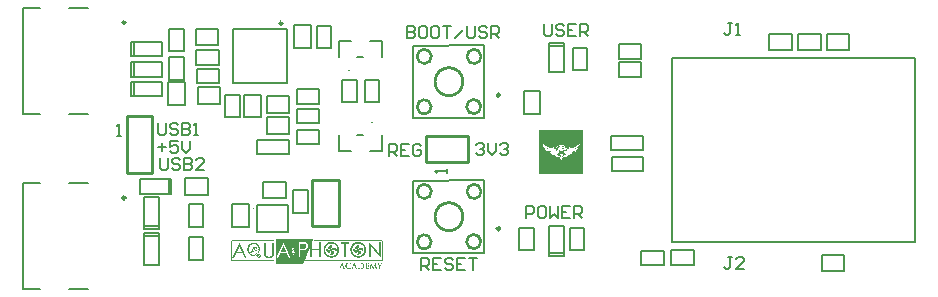
<source format=gto>
G04*
G04 #@! TF.GenerationSoftware,Altium Limited,Altium Designer,24.7.2 (38)*
G04*
G04 Layer_Color=65535*
%FSLAX25Y25*%
%MOIN*%
G70*
G04*
G04 #@! TF.SameCoordinates,4F91C874-3C4E-4DED-96D1-C94EC6773432*
G04*
G04*
G04 #@! TF.FilePolarity,Positive*
G04*
G01*
G75*
%ADD10C,0.01000*%
%ADD11C,0.00394*%
%ADD12C,0.00984*%
%ADD13C,0.00600*%
%ADD14C,0.00598*%
%ADD15R,0.04900X0.00787*%
%ADD16R,0.04900X0.00600*%
%ADD17R,0.00600X0.04900*%
G36*
X184680Y56347D02*
X184676Y41828D01*
X172831D01*
X170157Y41831D01*
X170161Y56351D01*
X184680Y56347D01*
D02*
G37*
G36*
X81857Y19444D02*
X81792D01*
Y19379D01*
X81726D01*
Y19313D01*
X81465D01*
Y19248D01*
X81399D01*
Y19313D01*
X81334D01*
Y19248D01*
X75576D01*
Y19313D01*
X75053D01*
Y19248D01*
X68248D01*
Y19313D01*
X68182D01*
Y19248D01*
X68052D01*
Y19313D01*
X67921D01*
Y19248D01*
X67659D01*
Y19183D01*
X67594D01*
Y19052D01*
X67528D01*
Y13228D01*
X67594D01*
Y13098D01*
X67659D01*
Y13032D01*
X67790D01*
Y12967D01*
X81857D01*
Y12640D01*
X67659D01*
Y12705D01*
X67528D01*
Y12770D01*
X67397D01*
Y12836D01*
X67332D01*
Y12967D01*
X67266D01*
Y13098D01*
X67201D01*
Y19183D01*
X67266D01*
Y19313D01*
X67332D01*
Y19379D01*
X67397D01*
Y19444D01*
X67463D01*
Y19510D01*
X67528D01*
Y19575D01*
X67725D01*
Y19641D01*
X81857D01*
Y19444D01*
D02*
G37*
G36*
X75249Y18790D02*
X75511D01*
Y18725D01*
X75642D01*
Y18659D01*
X75838D01*
Y18594D01*
X75903D01*
Y18528D01*
X76034D01*
Y18463D01*
X76099D01*
Y18397D01*
X76165D01*
Y18332D01*
X76230D01*
Y18267D01*
X76361D01*
Y18201D01*
X76427D01*
Y18070D01*
X76492D01*
Y18005D01*
X76557D01*
Y17940D01*
X76623D01*
Y17874D01*
X76688D01*
Y17743D01*
X76754D01*
Y17612D01*
X76819D01*
Y17416D01*
X76885D01*
Y17220D01*
X76950D01*
Y16958D01*
X77016D01*
Y16304D01*
X76950D01*
Y16042D01*
X76885D01*
Y15911D01*
X76819D01*
Y15715D01*
X76754D01*
Y15584D01*
X76688D01*
Y15518D01*
X76623D01*
Y15388D01*
X76557D01*
Y15322D01*
X76296D01*
Y15649D01*
X76361D01*
Y15715D01*
X76427D01*
Y15846D01*
X76492D01*
Y15977D01*
X76557D01*
Y16238D01*
X76623D01*
Y16435D01*
X76557D01*
Y16369D01*
X76427D01*
Y16304D01*
X76361D01*
Y16238D01*
X76165D01*
Y16173D01*
X75380D01*
Y16238D01*
X75249D01*
Y16304D01*
X75118D01*
Y16369D01*
X74987D01*
Y16500D01*
X74922D01*
Y16565D01*
X74856D01*
Y16696D01*
X74791D01*
Y16827D01*
X74726D01*
Y16107D01*
X74791D01*
Y16042D01*
X74856D01*
Y16173D01*
X75118D01*
Y16042D01*
X74987D01*
Y15977D01*
X75053D01*
Y15911D01*
X74987D01*
Y15846D01*
X74856D01*
Y15780D01*
X74726D01*
Y15846D01*
X74660D01*
Y15911D01*
X74595D01*
Y15846D01*
X74529D01*
Y15780D01*
X74464D01*
Y15715D01*
X74398D01*
Y15649D01*
X74333D01*
Y15584D01*
X74268D01*
Y15518D01*
X74071D01*
Y15453D01*
X73809D01*
Y15518D01*
X73679D01*
Y15584D01*
X73613D01*
Y15715D01*
X73548D01*
Y15780D01*
X73482D01*
Y15846D01*
X73875D01*
Y15911D01*
X74071D01*
Y15977D01*
X74137D01*
Y16042D01*
X74268D01*
Y16107D01*
X74333D01*
Y16369D01*
X74398D01*
Y16631D01*
X74464D01*
Y16893D01*
X74660D01*
Y16958D01*
X74595D01*
Y17089D01*
X74726D01*
Y17285D01*
X74856D01*
Y17351D01*
X74987D01*
Y17416D01*
X75053D01*
Y17481D01*
X75118D01*
Y17547D01*
X75445D01*
Y17612D01*
X75511D01*
Y17547D01*
X75707D01*
Y17481D01*
X75772D01*
Y17416D01*
X75838D01*
Y17351D01*
X75969D01*
Y17154D01*
X76034D01*
Y17023D01*
X75969D01*
Y17154D01*
X75903D01*
Y17089D01*
X75838D01*
Y17154D01*
X75772D01*
Y17089D01*
X75707D01*
Y16893D01*
X75838D01*
Y16958D01*
X75903D01*
Y16893D01*
X76034D01*
Y16958D01*
X76099D01*
Y16893D01*
X76230D01*
Y16827D01*
X76296D01*
Y16762D01*
X76492D01*
Y16696D01*
X76361D01*
Y16565D01*
X76296D01*
Y16631D01*
X76099D01*
Y16696D01*
X75969D01*
Y16762D01*
X75903D01*
Y16696D01*
X75772D01*
Y16631D01*
X75707D01*
Y16696D01*
X75576D01*
Y17220D01*
X75511D01*
Y17154D01*
X75380D01*
Y17220D01*
X75314D01*
Y17154D01*
X75380D01*
Y17089D01*
X75314D01*
Y17023D01*
X75249D01*
Y16893D01*
X75183D01*
Y16696D01*
X75249D01*
Y16500D01*
X75445D01*
Y16435D01*
X75576D01*
Y16369D01*
X75642D01*
Y16304D01*
X75707D01*
Y16369D01*
X75903D01*
Y16304D01*
X75969D01*
Y16369D01*
X76034D01*
Y16304D01*
X76099D01*
Y16369D01*
X76296D01*
Y16435D01*
X76427D01*
Y16500D01*
X76492D01*
Y16565D01*
X76557D01*
Y16500D01*
X76623D01*
Y17023D01*
X76557D01*
Y17220D01*
X76492D01*
Y17416D01*
X76427D01*
Y17547D01*
X76361D01*
Y17612D01*
X76296D01*
Y17743D01*
X76230D01*
Y17809D01*
X76165D01*
Y17874D01*
X76099D01*
Y17940D01*
X76034D01*
Y18005D01*
X75969D01*
Y18070D01*
X75838D01*
Y18136D01*
X75707D01*
Y18201D01*
X75576D01*
Y18267D01*
X75380D01*
Y18332D01*
X74464D01*
Y18267D01*
X74268D01*
Y18201D01*
X74137D01*
Y18136D01*
X74006D01*
Y18070D01*
X73940D01*
Y18005D01*
X73875D01*
Y17940D01*
X73809D01*
Y17874D01*
X73744D01*
Y17809D01*
X73679D01*
Y17743D01*
X73613D01*
Y17678D01*
X73548D01*
Y17547D01*
X73482D01*
Y17481D01*
X73417D01*
Y17285D01*
X73352D01*
Y17089D01*
X73286D01*
Y16893D01*
X73221D01*
Y16238D01*
X73286D01*
Y16042D01*
X73352D01*
Y15846D01*
X73417D01*
Y15715D01*
X73482D01*
Y15584D01*
X73548D01*
Y15518D01*
X73613D01*
Y15388D01*
X73679D01*
Y15322D01*
X73744D01*
Y15257D01*
X73809D01*
Y15191D01*
X73875D01*
Y15126D01*
X74006D01*
Y15060D01*
X74071D01*
Y14995D01*
X74202D01*
Y14930D01*
X74333D01*
Y14864D01*
X74595D01*
Y14799D01*
X75183D01*
Y14864D01*
X75445D01*
Y14930D01*
X75642D01*
Y14864D01*
X75707D01*
Y14799D01*
X75772D01*
Y14668D01*
X75707D01*
Y14603D01*
X75511D01*
Y14537D01*
X75314D01*
Y14472D01*
X75118D01*
Y14406D01*
X74398D01*
Y14472D01*
X74202D01*
Y14537D01*
X74071D01*
Y14603D01*
X73875D01*
Y14668D01*
X73809D01*
Y14733D01*
X73679D01*
Y14799D01*
X73613D01*
Y14864D01*
X73548D01*
Y14930D01*
X73482D01*
Y14995D01*
X73417D01*
Y15060D01*
X73352D01*
Y15126D01*
X73286D01*
Y15257D01*
X73221D01*
Y15322D01*
X73155D01*
Y15388D01*
X73090D01*
Y15518D01*
X73024D01*
Y15649D01*
X72959D01*
Y15780D01*
X72893D01*
Y15977D01*
X72828D01*
Y16238D01*
X72763D01*
Y17023D01*
X72828D01*
Y17220D01*
X72893D01*
Y17481D01*
X72959D01*
Y17612D01*
X73024D01*
Y17743D01*
X73090D01*
Y17874D01*
X73155D01*
Y17940D01*
X73221D01*
Y18070D01*
X73286D01*
Y18136D01*
X73352D01*
Y18201D01*
X73417D01*
Y18267D01*
X73482D01*
Y18332D01*
X73548D01*
Y18397D01*
X73679D01*
Y18463D01*
X73744D01*
Y18528D01*
X73875D01*
Y18594D01*
X73940D01*
Y18659D01*
X74071D01*
Y18725D01*
X74268D01*
Y18790D01*
X74529D01*
Y18856D01*
X75249D01*
Y18790D01*
D02*
G37*
G36*
X75707Y15977D02*
X75576D01*
Y16042D01*
X75707D01*
Y15977D01*
D02*
G37*
G36*
X75445Y15846D02*
X75380D01*
Y15911D01*
X75445D01*
Y15846D01*
D02*
G37*
G36*
X74464Y15453D02*
X74529D01*
Y15388D01*
X74464D01*
Y15453D01*
X74398D01*
Y15518D01*
X74464D01*
Y15453D01*
D02*
G37*
G36*
X117255Y13948D02*
X117124D01*
Y14014D01*
X117059D01*
Y14079D01*
X116993D01*
Y14144D01*
X116928D01*
Y14210D01*
X116862D01*
Y14341D01*
X116797D01*
Y14406D01*
X116732D01*
Y14472D01*
X116666D01*
Y14537D01*
X116601D01*
Y14603D01*
X116535D01*
Y14668D01*
X116470D01*
Y14733D01*
X116404D01*
Y14864D01*
X116339D01*
Y14930D01*
X116273D01*
Y14995D01*
X116208D01*
Y15060D01*
X116143D01*
Y15126D01*
X116077D01*
Y15191D01*
X116012D01*
Y15322D01*
X115946D01*
Y15388D01*
X115881D01*
Y15453D01*
X115815D01*
Y15518D01*
X115750D01*
Y15584D01*
X115685D01*
Y15649D01*
X115619D01*
Y15780D01*
X115554D01*
Y15846D01*
X115488D01*
Y15911D01*
X115423D01*
Y15977D01*
X115357D01*
Y16042D01*
X115292D01*
Y16107D01*
X115227D01*
Y16173D01*
X115161D01*
Y16304D01*
X115030D01*
Y16435D01*
X114965D01*
Y16500D01*
X114900D01*
Y16565D01*
X114834D01*
Y16631D01*
X114769D01*
Y16696D01*
X114703D01*
Y16762D01*
X114638D01*
Y16893D01*
X114572D01*
Y16958D01*
X114507D01*
Y17023D01*
X114442D01*
Y17089D01*
X114376D01*
Y17154D01*
X114311D01*
Y17220D01*
X114245D01*
Y17351D01*
X114114D01*
Y17481D01*
X114049D01*
Y17547D01*
X113984D01*
Y17612D01*
X113918D01*
Y14014D01*
X113853D01*
Y13948D01*
X113395D01*
Y14014D01*
X113329D01*
Y18986D01*
X113525D01*
Y18856D01*
X113591D01*
Y18790D01*
X113656D01*
Y18725D01*
X113722D01*
Y18659D01*
X113787D01*
Y18594D01*
X113853D01*
Y18528D01*
X113918D01*
Y18463D01*
X113984D01*
Y18332D01*
X114049D01*
Y18267D01*
X114114D01*
Y18201D01*
X114180D01*
Y18136D01*
X114245D01*
Y18070D01*
X114311D01*
Y18005D01*
X114376D01*
Y17874D01*
X114442D01*
Y17809D01*
X114507D01*
Y17743D01*
X114572D01*
Y17678D01*
X114638D01*
Y17612D01*
X114703D01*
Y17547D01*
X114769D01*
Y17481D01*
X114834D01*
Y17351D01*
X114900D01*
Y17285D01*
X114965D01*
Y17220D01*
X115030D01*
Y17154D01*
X115096D01*
Y17089D01*
X115161D01*
Y17023D01*
X115227D01*
Y16893D01*
X115292D01*
Y16827D01*
X115357D01*
Y16762D01*
X115423D01*
Y16696D01*
X115488D01*
Y16631D01*
X115554D01*
Y16565D01*
X115619D01*
Y16500D01*
X115685D01*
Y16369D01*
X115750D01*
Y16304D01*
X115815D01*
Y16238D01*
X115881D01*
Y16173D01*
X115946D01*
Y16107D01*
X116012D01*
Y16042D01*
X116077D01*
Y15977D01*
X116143D01*
Y15846D01*
X116208D01*
Y15780D01*
X116273D01*
Y15715D01*
X116339D01*
Y15649D01*
X116404D01*
Y15584D01*
X116470D01*
Y15518D01*
X116535D01*
Y15453D01*
X116601D01*
Y15322D01*
X116666D01*
Y15257D01*
X116732D01*
Y18986D01*
X117255D01*
Y13948D01*
D02*
G37*
G36*
X76165Y14995D02*
X76361D01*
Y15060D01*
X76427D01*
Y15126D01*
X76492D01*
Y15191D01*
X76557D01*
Y15257D01*
X76754D01*
Y15191D01*
X76819D01*
Y15060D01*
X76754D01*
Y14930D01*
X76623D01*
Y14864D01*
X76557D01*
Y14799D01*
X76492D01*
Y14733D01*
X76427D01*
Y14668D01*
X76296D01*
Y14603D01*
X76230D01*
Y14537D01*
X76165D01*
Y14472D01*
X76099D01*
Y14406D01*
X75969D01*
Y14341D01*
X75903D01*
Y14275D01*
X75772D01*
Y14406D01*
X75707D01*
Y14472D01*
X75772D01*
Y14603D01*
X75838D01*
Y14668D01*
X75969D01*
Y14733D01*
X76034D01*
Y14799D01*
X75969D01*
Y14930D01*
X75903D01*
Y15126D01*
X75838D01*
Y15257D01*
X75903D01*
Y15322D01*
X75969D01*
Y15388D01*
X76165D01*
Y14995D01*
D02*
G37*
G36*
X81661Y16565D02*
Y16500D01*
Y14995D01*
X81596D01*
Y14668D01*
X81530D01*
Y14472D01*
X81465D01*
Y14406D01*
X81399D01*
Y14275D01*
X81334D01*
Y14210D01*
X81269D01*
Y14144D01*
X81203D01*
Y14079D01*
X81138D01*
Y14014D01*
X81072D01*
Y13948D01*
X81007D01*
Y13883D01*
X80941D01*
Y13817D01*
X80810D01*
Y13752D01*
X80614D01*
Y13687D01*
X80418D01*
Y13621D01*
X79698D01*
Y13687D01*
X79436D01*
Y13752D01*
X79240D01*
Y13817D01*
X79109D01*
Y13883D01*
X79044D01*
Y13948D01*
X78978D01*
Y14014D01*
X78848D01*
Y14079D01*
X78782D01*
Y14144D01*
X78717D01*
Y14210D01*
X78651D01*
Y14341D01*
X78586D01*
Y14406D01*
X78520D01*
Y14603D01*
X78455D01*
Y14799D01*
X78390D01*
Y18528D01*
X78324D01*
Y18594D01*
X78390D01*
Y18659D01*
X78324D01*
Y18725D01*
X78913D01*
Y14995D01*
X78978D01*
Y14733D01*
X79044D01*
Y14603D01*
X79109D01*
Y14537D01*
X79175D01*
Y14472D01*
X79240D01*
Y14406D01*
X79371D01*
Y14341D01*
X79436D01*
Y14275D01*
X79633D01*
Y14210D01*
X79829D01*
Y14144D01*
X80222D01*
Y14210D01*
X80483D01*
Y14275D01*
X80614D01*
Y14341D01*
X80680D01*
Y14406D01*
X80745D01*
Y14472D01*
X80876D01*
Y14603D01*
X80941D01*
Y14668D01*
X81007D01*
Y14799D01*
X81072D01*
Y14995D01*
X81138D01*
Y18725D01*
X81661D01*
Y16565D01*
D02*
G37*
G36*
X106655Y18921D02*
X106721D01*
Y18856D01*
X106655D01*
Y18790D01*
X106721D01*
Y18659D01*
X106655D01*
Y18594D01*
X106721D01*
Y18463D01*
X105543D01*
Y13948D01*
X105085D01*
Y14014D01*
X105020D01*
Y18463D01*
X103907D01*
Y18986D01*
X106655D01*
Y18921D01*
D02*
G37*
G36*
X94682Y19706D02*
X94616D01*
Y19510D01*
X94551D01*
Y19313D01*
X94485D01*
Y19183D01*
X94420D01*
Y19052D01*
X94354D01*
Y18856D01*
X94289D01*
Y18725D01*
X94224D01*
Y18528D01*
X94158D01*
Y18397D01*
X94224D01*
Y17940D01*
X94289D01*
Y17874D01*
X94224D01*
Y16893D01*
X96710D01*
Y18986D01*
X97233D01*
Y18921D01*
X97299D01*
Y14014D01*
X97233D01*
Y13948D01*
X96775D01*
Y14014D01*
X96710D01*
Y16369D01*
X94224D01*
Y14079D01*
X94289D01*
Y14014D01*
X94224D01*
Y13948D01*
X93700D01*
Y17285D01*
X93635D01*
Y17089D01*
X93569D01*
Y16893D01*
X93504D01*
Y16762D01*
X93439D01*
Y16631D01*
X93373D01*
Y16435D01*
X93308D01*
Y16304D01*
X93242D01*
Y16107D01*
X93177D01*
Y15977D01*
X93111D01*
Y15780D01*
X93046D01*
Y15649D01*
X92980D01*
Y15453D01*
X92915D01*
Y15322D01*
X92850D01*
Y15191D01*
X92784D01*
Y14995D01*
X92719D01*
Y14799D01*
X92653D01*
Y14668D01*
X92588D01*
Y14472D01*
X92522D01*
Y14341D01*
X92457D01*
Y14210D01*
X92392D01*
Y14014D01*
X92326D01*
Y13817D01*
X92261D01*
Y13687D01*
X92195D01*
Y13556D01*
X92130D01*
Y13359D01*
X92064D01*
Y13228D01*
X91999D01*
Y13032D01*
X91934D01*
Y12901D01*
X91868D01*
Y12705D01*
X91803D01*
Y12574D01*
X91737D01*
Y12378D01*
X91672D01*
Y12247D01*
X91606D01*
Y12116D01*
X91541D01*
Y11920D01*
X91476D01*
Y11789D01*
X91345D01*
Y11724D01*
X91279D01*
Y11789D01*
X82315D01*
Y11855D01*
X82250D01*
Y19968D01*
X82315D01*
Y20033D01*
X94682D01*
Y19706D01*
D02*
G37*
G36*
X77016Y14668D02*
X76885D01*
Y14603D01*
X76819D01*
Y14537D01*
X76754D01*
Y14472D01*
X76688D01*
Y14406D01*
X76623D01*
Y14341D01*
X76492D01*
Y14210D01*
X76361D01*
Y14144D01*
X76296D01*
Y14079D01*
X76230D01*
Y14014D01*
X76099D01*
Y13948D01*
X76034D01*
Y14014D01*
X75969D01*
Y14210D01*
X76034D01*
Y14275D01*
X76099D01*
Y14341D01*
X76165D01*
Y14406D01*
X76230D01*
Y14472D01*
X76361D01*
Y14537D01*
X76427D01*
Y14603D01*
X76492D01*
Y14668D01*
X76557D01*
Y14733D01*
X76623D01*
Y14799D01*
X76688D01*
Y14864D01*
X76819D01*
Y14930D01*
X77016D01*
Y14668D01*
D02*
G37*
G36*
X110385Y18986D02*
X110646D01*
Y18921D01*
X110777D01*
Y18856D01*
X110974D01*
Y18790D01*
X111105D01*
Y18725D01*
X111170D01*
Y18659D01*
X111301D01*
Y18594D01*
X111366D01*
Y18528D01*
X111432D01*
Y18463D01*
X111563D01*
Y18397D01*
X111628D01*
Y18332D01*
X111693D01*
Y18267D01*
X111759D01*
Y18201D01*
X111824D01*
Y18070D01*
X111890D01*
Y18005D01*
X111955D01*
Y17940D01*
X112021D01*
Y17809D01*
X112086D01*
Y17678D01*
X112151D01*
Y17547D01*
X112217D01*
Y17416D01*
X112282D01*
Y17285D01*
X112348D01*
Y16893D01*
X112413D01*
Y16107D01*
X112348D01*
Y15715D01*
X112282D01*
Y15518D01*
X112217D01*
Y15388D01*
X112151D01*
Y15257D01*
X112086D01*
Y15126D01*
X112021D01*
Y15060D01*
X111955D01*
Y14930D01*
X111890D01*
Y14864D01*
X111824D01*
Y14799D01*
X111759D01*
Y14668D01*
X111693D01*
Y14603D01*
X111563D01*
Y14537D01*
X111497D01*
Y14472D01*
X111432D01*
Y14406D01*
X111366D01*
Y14341D01*
X111235D01*
Y14275D01*
X111170D01*
Y14210D01*
X111039D01*
Y14144D01*
X110908D01*
Y14079D01*
X110777D01*
Y14014D01*
X110581D01*
Y13948D01*
X110319D01*
Y13883D01*
X109338D01*
Y13948D01*
X108945D01*
Y14014D01*
X108815D01*
Y14079D01*
X108618D01*
Y14144D01*
X108487D01*
Y14210D01*
X108422D01*
Y14275D01*
X108291D01*
Y14341D01*
X108226D01*
Y14406D01*
X108095D01*
Y14472D01*
X108029D01*
Y14537D01*
X107964D01*
Y14603D01*
X107898D01*
Y14668D01*
X107833D01*
Y14733D01*
X107768D01*
Y14799D01*
X107702D01*
Y14930D01*
X107637D01*
Y14995D01*
X107571D01*
Y15060D01*
X107506D01*
Y15191D01*
X107440D01*
Y15322D01*
X107375D01*
Y15453D01*
X107310D01*
Y15649D01*
X107244D01*
Y15911D01*
X107179D01*
Y16958D01*
X107244D01*
Y17285D01*
X107310D01*
Y17416D01*
X107375D01*
Y17612D01*
X107440D01*
Y17743D01*
X107506D01*
Y17809D01*
X107571D01*
Y17940D01*
X107637D01*
Y18005D01*
X107702D01*
Y18136D01*
X107768D01*
Y18201D01*
X107833D01*
Y18267D01*
X107898D01*
Y18332D01*
X107964D01*
Y18397D01*
X108029D01*
Y18463D01*
X108095D01*
Y18528D01*
X108160D01*
Y18594D01*
X108291D01*
Y18659D01*
X108422D01*
Y18725D01*
X108487D01*
Y18790D01*
X108618D01*
Y18856D01*
X108749D01*
Y18921D01*
X108945D01*
Y18986D01*
X109142D01*
Y19052D01*
X110385D01*
Y18986D01*
D02*
G37*
G36*
X101421D02*
X101683D01*
Y18921D01*
X101813D01*
Y18856D01*
X102010D01*
Y18790D01*
X102141D01*
Y18725D01*
X102206D01*
Y18659D01*
X102337D01*
Y18594D01*
X102402D01*
Y18528D01*
X102533D01*
Y18397D01*
X102664D01*
Y18332D01*
X102729D01*
Y18267D01*
X102795D01*
Y18201D01*
X102860D01*
Y18070D01*
X102926D01*
Y18005D01*
X102991D01*
Y17940D01*
X103057D01*
Y17809D01*
X103122D01*
Y17678D01*
X103188D01*
Y17547D01*
X103253D01*
Y17416D01*
X103318D01*
Y17220D01*
X103384D01*
Y16827D01*
X103449D01*
Y16107D01*
X103384D01*
Y15715D01*
X103318D01*
Y15518D01*
X103253D01*
Y15388D01*
X103188D01*
Y15257D01*
X103122D01*
Y15126D01*
X103057D01*
Y15060D01*
X102991D01*
Y14930D01*
X102926D01*
Y14864D01*
X102860D01*
Y14799D01*
X102795D01*
Y14733D01*
X102729D01*
Y14603D01*
X102599D01*
Y14537D01*
X102533D01*
Y14472D01*
X102468D01*
Y14406D01*
X102402D01*
Y14341D01*
X102271D01*
Y14275D01*
X102206D01*
Y14210D01*
X102075D01*
Y14144D01*
X101944D01*
Y14079D01*
X101813D01*
Y14014D01*
X101617D01*
Y13948D01*
X101290D01*
Y13883D01*
X100309D01*
Y13948D01*
X99981D01*
Y14014D01*
X99851D01*
Y14079D01*
X99654D01*
Y14144D01*
X99523D01*
Y14210D01*
X99458D01*
Y14275D01*
X99327D01*
Y14341D01*
X99262D01*
Y14406D01*
X99131D01*
Y14472D01*
X99065D01*
Y14537D01*
X99000D01*
Y14603D01*
X98935D01*
Y14668D01*
X98869D01*
Y14733D01*
X98804D01*
Y14799D01*
X98738D01*
Y14930D01*
X98673D01*
Y14995D01*
X98607D01*
Y15060D01*
X98542D01*
Y15191D01*
X98477D01*
Y15322D01*
X98411D01*
Y15453D01*
X98346D01*
Y15584D01*
X98280D01*
Y15911D01*
X98215D01*
Y17023D01*
X98280D01*
Y17285D01*
X98346D01*
Y17416D01*
X98411D01*
Y17612D01*
X98477D01*
Y17743D01*
X98542D01*
Y17874D01*
X98607D01*
Y17940D01*
X98673D01*
Y18070D01*
X98738D01*
Y18136D01*
X98804D01*
Y18201D01*
X98869D01*
Y18267D01*
X98935D01*
Y18332D01*
X99000D01*
Y18397D01*
X99065D01*
Y18463D01*
X99131D01*
Y18528D01*
X99196D01*
Y18594D01*
X99327D01*
Y18659D01*
X99458D01*
Y18725D01*
X99523D01*
Y18790D01*
X99654D01*
Y18856D01*
X99851D01*
Y18921D01*
X99981D01*
Y18986D01*
X100178D01*
Y19052D01*
X101421D01*
Y18986D01*
D02*
G37*
G36*
X70276Y18594D02*
X70342D01*
Y18463D01*
X70407D01*
Y18267D01*
X70473D01*
Y18136D01*
X70538D01*
Y18005D01*
X70603D01*
Y17874D01*
X70669D01*
Y17678D01*
X70734D01*
Y17547D01*
X70800D01*
Y17416D01*
X70865D01*
Y17285D01*
X70931D01*
Y17154D01*
X70996D01*
Y17023D01*
X71061D01*
Y16893D01*
X71127D01*
Y16827D01*
Y16762D01*
X71192D01*
Y16631D01*
X71258D01*
Y16500D01*
X71323D01*
Y16304D01*
X71389D01*
Y16173D01*
X71454D01*
Y16042D01*
X71519D01*
Y15911D01*
X71585D01*
Y15780D01*
X71650D01*
Y15584D01*
X71716D01*
Y15453D01*
X71781D01*
Y15322D01*
X71847D01*
Y15191D01*
X71912D01*
Y15060D01*
X71977D01*
Y14930D01*
X72043D01*
Y14733D01*
X72108D01*
Y14668D01*
X72174D01*
Y14472D01*
X72239D01*
Y14341D01*
X72305D01*
Y14210D01*
X72370D01*
Y14079D01*
X72435D01*
Y13883D01*
X72501D01*
Y13752D01*
X72566D01*
Y13687D01*
X71977D01*
Y13817D01*
X71912D01*
Y13948D01*
X71847D01*
Y14079D01*
X71781D01*
Y14210D01*
X71716D01*
Y14341D01*
X71650D01*
Y14472D01*
X71585D01*
Y14603D01*
X71519D01*
Y14799D01*
X71454D01*
Y14930D01*
X71389D01*
Y14995D01*
X71323D01*
Y15191D01*
X71258D01*
Y15322D01*
X69099D01*
Y15191D01*
X69033D01*
Y15060D01*
X68968D01*
Y14930D01*
X68902D01*
Y14799D01*
X68837D01*
Y14668D01*
X68771D01*
Y14537D01*
X68706D01*
Y14406D01*
X68641D01*
Y14210D01*
X68575D01*
Y14079D01*
X68510D01*
Y13948D01*
X68444D01*
Y13817D01*
X68379D01*
Y13687D01*
X67790D01*
Y13817D01*
X67855D01*
Y13948D01*
X67921D01*
Y14144D01*
X67986D01*
Y14275D01*
X68052D01*
Y14341D01*
X68117D01*
Y14537D01*
X68182D01*
Y14668D01*
X68248D01*
Y14799D01*
X68313D01*
Y14930D01*
X68379D01*
Y15060D01*
X68444D01*
Y15191D01*
X68510D01*
Y15388D01*
X68575D01*
Y15518D01*
X68641D01*
Y15649D01*
X68706D01*
Y15780D01*
X68771D01*
Y15911D01*
X68837D01*
Y16042D01*
X68902D01*
Y16173D01*
X68968D01*
Y16304D01*
X69033D01*
Y16500D01*
X69099D01*
Y16631D01*
X69164D01*
Y16762D01*
X69229D01*
Y16893D01*
X69295D01*
Y17023D01*
X69360D01*
Y17154D01*
X69426D01*
Y17285D01*
X69491D01*
Y17481D01*
X69556D01*
Y17612D01*
X69622D01*
Y17743D01*
X69687D01*
Y17874D01*
X69753D01*
Y18005D01*
X69818D01*
Y18136D01*
X69884D01*
Y18267D01*
X69949D01*
Y18463D01*
X70015D01*
Y18594D01*
X70080D01*
Y18659D01*
X70276D01*
Y18594D01*
D02*
G37*
G36*
X77212Y14603D02*
X77277D01*
Y14406D01*
X77212D01*
Y14275D01*
X77277D01*
Y14144D01*
X77212D01*
Y14079D01*
X77146D01*
Y14014D01*
X77081D01*
Y13948D01*
X77016D01*
Y13883D01*
X76950D01*
Y13817D01*
X76885D01*
Y13752D01*
X76754D01*
Y13687D01*
X76688D01*
Y13621D01*
X76427D01*
Y13687D01*
X76230D01*
Y13752D01*
X76165D01*
Y13883D01*
X76230D01*
Y13948D01*
X76296D01*
Y14014D01*
X76361D01*
Y14079D01*
X76492D01*
Y14144D01*
X76557D01*
Y14210D01*
X76623D01*
Y14275D01*
X76688D01*
Y14341D01*
X76754D01*
Y14406D01*
X76885D01*
Y14472D01*
X76950D01*
Y14537D01*
X77016D01*
Y14603D01*
X77081D01*
Y14668D01*
X77212D01*
Y14603D01*
D02*
G37*
G36*
X117582Y19575D02*
X117713D01*
Y19510D01*
X117778D01*
Y19444D01*
X117909D01*
Y19313D01*
X117975D01*
Y19183D01*
X118040D01*
Y13098D01*
X117975D01*
Y12901D01*
X117909D01*
Y12836D01*
X117844D01*
Y12770D01*
X117713D01*
Y12705D01*
X117582D01*
Y12640D01*
X92130D01*
Y12967D01*
X117451D01*
Y13032D01*
X117582D01*
Y13098D01*
X117648D01*
Y13228D01*
X117713D01*
Y19052D01*
X117648D01*
Y19183D01*
X117582D01*
Y19248D01*
X110319D01*
Y19313D01*
X110123D01*
Y19248D01*
X109665D01*
Y19313D01*
X109600D01*
Y19248D01*
X101486D01*
Y19313D01*
X101159D01*
Y19248D01*
X100832D01*
Y19313D01*
X100636D01*
Y19248D01*
X94943D01*
Y19313D01*
X94747D01*
Y19379D01*
X94813D01*
Y19510D01*
X94878D01*
Y19575D01*
X94943D01*
Y19641D01*
X117582D01*
Y19575D01*
D02*
G37*
G36*
X113264Y11855D02*
X113198D01*
Y11724D01*
X113133D01*
Y11920D01*
X113002D01*
Y11985D01*
X112609D01*
Y11200D01*
X113067D01*
Y11266D01*
X113133D01*
Y11331D01*
X113264D01*
Y11069D01*
X113198D01*
Y10808D01*
X113133D01*
Y10938D01*
X113067D01*
Y11004D01*
X113002D01*
Y11069D01*
X112609D01*
Y10350D01*
X112675D01*
Y10284D01*
X113198D01*
Y10350D01*
X113264D01*
Y10481D01*
X113329D01*
Y10088D01*
X112021D01*
Y10153D01*
X112217D01*
Y10350D01*
X112282D01*
Y10677D01*
Y10742D01*
Y11920D01*
X112217D01*
Y12051D01*
X112021D01*
Y12116D01*
X113264D01*
Y11855D01*
D02*
G37*
G36*
X107244Y12051D02*
X107375D01*
Y11985D01*
X107310D01*
Y11527D01*
X107244D01*
Y11658D01*
X107179D01*
Y11789D01*
X107113D01*
Y11855D01*
X106983D01*
Y11920D01*
X106786D01*
Y11985D01*
X106459D01*
Y11920D01*
X106263D01*
Y11855D01*
X106132D01*
Y11789D01*
X106066D01*
Y11724D01*
X106001D01*
Y11593D01*
X105936D01*
Y11331D01*
X105870D01*
Y11004D01*
X105936D01*
Y10742D01*
X106001D01*
Y10677D01*
X106066D01*
Y10546D01*
X106132D01*
Y10481D01*
X106197D01*
Y10415D01*
X106263D01*
Y10350D01*
X106394D01*
Y10284D01*
X107048D01*
Y10350D01*
X107179D01*
Y10481D01*
X107244D01*
Y10611D01*
X107375D01*
Y10481D01*
X107310D01*
Y10153D01*
X107244D01*
Y10088D01*
X106263D01*
Y10153D01*
X106066D01*
Y10219D01*
X105936D01*
Y10284D01*
X105805D01*
Y10350D01*
X105739D01*
Y10481D01*
X105674D01*
Y10546D01*
X105608D01*
Y10611D01*
X105543D01*
Y10808D01*
X105478D01*
Y11396D01*
X105543D01*
Y11593D01*
X105608D01*
Y11658D01*
X105674D01*
Y11789D01*
X105739D01*
Y11855D01*
X105805D01*
Y11920D01*
X105870D01*
Y11985D01*
X106001D01*
Y12051D01*
X106197D01*
Y12116D01*
X107244D01*
Y12051D01*
D02*
G37*
G36*
X117975D02*
X117844D01*
Y11985D01*
X117713D01*
Y11920D01*
X117648D01*
Y11789D01*
X117582D01*
Y11724D01*
X117517D01*
Y11593D01*
X117451D01*
Y11462D01*
X117386D01*
Y11331D01*
X117320D01*
Y11266D01*
X117255D01*
Y11135D01*
X117190D01*
Y10938D01*
X117124D01*
Y10284D01*
X117190D01*
Y10153D01*
X117451D01*
Y10088D01*
X116535D01*
Y10153D01*
X116732D01*
Y10284D01*
X116797D01*
Y10873D01*
X116732D01*
Y11069D01*
X116666D01*
Y11200D01*
X116601D01*
Y11331D01*
X116535D01*
Y11396D01*
X116470D01*
Y11527D01*
X116404D01*
Y11658D01*
X116339D01*
Y11724D01*
X116273D01*
Y11855D01*
X116208D01*
Y11920D01*
X116143D01*
Y11985D01*
X116077D01*
Y12051D01*
X115946D01*
Y12116D01*
X116666D01*
Y12051D01*
X116601D01*
Y11985D01*
Y11920D01*
Y11855D01*
X116666D01*
Y11789D01*
X116732D01*
Y11658D01*
X116797D01*
Y11527D01*
X116862D01*
Y11396D01*
X116928D01*
Y11266D01*
X116993D01*
Y11200D01*
X117059D01*
Y11331D01*
X117124D01*
Y11396D01*
X117190D01*
Y11527D01*
X117255D01*
Y11658D01*
X117320D01*
Y11789D01*
X117386D01*
Y11920D01*
X117451D01*
Y12051D01*
X117320D01*
Y12116D01*
X117975D01*
Y12051D01*
D02*
G37*
G36*
X115685Y11658D02*
X115750D01*
Y11200D01*
X115815D01*
Y10808D01*
X115881D01*
Y10350D01*
X115946D01*
Y10219D01*
X116012D01*
Y10153D01*
X116208D01*
Y10088D01*
X115488D01*
Y10153D01*
X115554D01*
Y10481D01*
X115488D01*
Y10938D01*
X115423D01*
Y11331D01*
X115357D01*
Y11200D01*
X115292D01*
Y11004D01*
X115227D01*
Y10938D01*
X115161D01*
Y10742D01*
X115096D01*
Y10611D01*
X115030D01*
Y10481D01*
X114965D01*
Y10350D01*
X114900D01*
Y10219D01*
X114834D01*
Y10088D01*
X114703D01*
Y10153D01*
X114638D01*
Y10219D01*
X114572D01*
Y10350D01*
X114507D01*
Y10481D01*
X114442D01*
Y10611D01*
X114376D01*
Y10742D01*
X114311D01*
Y10938D01*
X114245D01*
Y11004D01*
X114180D01*
Y11200D01*
X114114D01*
Y11266D01*
X114049D01*
Y10808D01*
X113984D01*
Y10153D01*
X114180D01*
Y10088D01*
X113525D01*
Y10153D01*
X113656D01*
Y10219D01*
X113722D01*
Y10611D01*
X113787D01*
Y11069D01*
X113853D01*
Y11462D01*
X113918D01*
Y11920D01*
X113984D01*
Y12116D01*
X114114D01*
Y11985D01*
X114180D01*
Y11855D01*
X114245D01*
Y11724D01*
X114311D01*
Y11593D01*
X114376D01*
Y11527D01*
X114442D01*
Y11331D01*
X114507D01*
Y11200D01*
X114572D01*
Y11069D01*
X114638D01*
Y10938D01*
X114703D01*
Y10808D01*
X114769D01*
Y10677D01*
X114834D01*
Y10742D01*
X114900D01*
Y10873D01*
X114965D01*
Y11004D01*
X115030D01*
Y11135D01*
X115096D01*
Y11266D01*
X115161D01*
Y11396D01*
X115227D01*
Y11527D01*
X115292D01*
Y11658D01*
X115357D01*
Y11789D01*
X115423D01*
Y11920D01*
X115488D01*
Y12116D01*
X115685D01*
Y11658D01*
D02*
G37*
G36*
X108487Y12051D02*
X108553D01*
Y11920D01*
X108618D01*
Y11789D01*
X108684D01*
Y11593D01*
X108749D01*
Y11396D01*
X108815D01*
Y11266D01*
X108880D01*
Y11069D01*
X108945D01*
Y10938D01*
X109011D01*
Y10808D01*
Y10742D01*
X109076D01*
Y10611D01*
X109142D01*
Y10415D01*
X109207D01*
Y10284D01*
X109273D01*
Y10219D01*
X109338D01*
Y10153D01*
X109534D01*
Y10088D01*
X108815D01*
Y10153D01*
X108880D01*
Y10284D01*
X108815D01*
Y10415D01*
X108749D01*
Y10611D01*
X108684D01*
Y10742D01*
X108095D01*
Y10677D01*
X108029D01*
Y10481D01*
X107964D01*
Y10350D01*
X107898D01*
Y10153D01*
X108095D01*
Y10088D01*
X107375D01*
Y10153D01*
X107571D01*
Y10219D01*
X107637D01*
Y10350D01*
X107702D01*
Y10481D01*
X107768D01*
Y10677D01*
X107833D01*
Y10808D01*
X107898D01*
Y11004D01*
X107964D01*
Y11135D01*
X108029D01*
Y11331D01*
X108095D01*
Y11462D01*
X108160D01*
Y11658D01*
X108226D01*
Y11789D01*
X108291D01*
Y11985D01*
X108356D01*
Y12116D01*
X108487D01*
Y12051D01*
D02*
G37*
G36*
X104431D02*
X104496D01*
Y11920D01*
X104562D01*
Y11724D01*
X104627D01*
Y11593D01*
X104692D01*
Y11396D01*
X104758D01*
Y11266D01*
X104823D01*
Y11069D01*
X104889D01*
Y10938D01*
X104954D01*
Y10808D01*
X105020D01*
Y10611D01*
X105085D01*
Y10415D01*
X105150D01*
Y10350D01*
X105216D01*
Y10219D01*
X105281D01*
Y10153D01*
X105478D01*
Y10088D01*
X104758D01*
Y10153D01*
X104823D01*
Y10219D01*
X104758D01*
Y10415D01*
X104692D01*
Y10546D01*
X104627D01*
Y10742D01*
X104038D01*
Y10677D01*
X103973D01*
Y10481D01*
X103907D01*
Y10350D01*
X103842D01*
Y10153D01*
X104038D01*
Y10088D01*
X103318D01*
Y10153D01*
X103449D01*
Y10219D01*
X103580D01*
Y10350D01*
X103646D01*
Y10481D01*
X103711D01*
Y10611D01*
X103776D01*
Y10808D01*
X103842D01*
Y11004D01*
X103907D01*
Y11135D01*
X103973D01*
Y11331D01*
X104038D01*
Y11462D01*
X104104D01*
Y11593D01*
X104169D01*
Y11789D01*
X104234D01*
Y11985D01*
X104300D01*
Y12116D01*
X104431D01*
Y12051D01*
D02*
G37*
G36*
X111039D02*
X111235D01*
Y11985D01*
X111366D01*
Y11920D01*
X111432D01*
Y11855D01*
X111497D01*
Y11789D01*
X111563D01*
Y11724D01*
X111628D01*
Y11527D01*
X111693D01*
Y11266D01*
X111759D01*
Y11004D01*
X111693D01*
Y10742D01*
X111628D01*
Y10546D01*
X111563D01*
Y10481D01*
X111497D01*
Y10415D01*
X111432D01*
Y10350D01*
X111366D01*
Y10284D01*
X111301D01*
Y10219D01*
X111170D01*
Y10153D01*
X110974D01*
Y10088D01*
X110319D01*
Y10022D01*
X110188D01*
Y10088D01*
X109600D01*
Y10153D01*
X109796D01*
Y10350D01*
X109861D01*
Y11789D01*
Y11855D01*
Y11920D01*
X109796D01*
Y12051D01*
X109600D01*
Y12116D01*
X111039D01*
Y12051D01*
D02*
G37*
%LPC*%
G36*
X183624Y51994D02*
X183598Y51982D01*
X183590Y51967D01*
X183556Y51926D01*
X183522Y51892D01*
X183515Y51877D01*
X183488Y51850D01*
X183473Y51842D01*
X183447Y51816D01*
X183439Y51801D01*
X183420Y51782D01*
X183405Y51775D01*
X183371Y51740D01*
X183364Y51725D01*
X183345Y51706D01*
X183329Y51699D01*
X183296Y51665D01*
X183288Y51650D01*
X183269Y51631D01*
X183254Y51623D01*
X183227Y51597D01*
X183220Y51582D01*
X183201Y51563D01*
X183186Y51555D01*
X183152Y51521D01*
X183144Y51506D01*
X183125Y51487D01*
X183110Y51480D01*
X183076Y51445D01*
X183069Y51430D01*
X183057Y51419D01*
X183042Y51411D01*
X183008Y51377D01*
X183001Y51362D01*
X182982Y51343D01*
X182966Y51336D01*
X182932Y51302D01*
X182921Y51275D01*
X182891Y51268D01*
X182815Y51260D01*
X182796Y51241D01*
X182789Y51226D01*
X182755Y51192D01*
X182739Y51184D01*
X182721Y51166D01*
X182698Y51128D01*
X182607Y51120D01*
X182585Y51105D01*
X182577Y51090D01*
X182550Y51056D01*
X182535Y51048D01*
X182509Y51029D01*
X182486Y50992D01*
X182475Y50980D01*
X182445Y50973D01*
X182324Y50980D01*
X182290Y50954D01*
X182282Y50939D01*
X182263Y50912D01*
X182248Y50905D01*
X182214Y50878D01*
X182191Y50840D01*
X182157Y50829D01*
X182032Y50833D01*
X182006Y50814D01*
X181994Y50802D01*
X181972Y50765D01*
X181874Y50757D01*
X181851Y50734D01*
X181828Y50697D01*
X181817Y50685D01*
X181718Y50678D01*
X181681Y50617D01*
X181635Y50610D01*
X181613Y50617D01*
X181582Y50610D01*
X181563Y50591D01*
X181541Y50553D01*
X181529Y50542D01*
X181480Y50538D01*
X181295Y50542D01*
X181276Y50523D01*
X181268Y50507D01*
X181242Y50473D01*
X181212Y50466D01*
X181132Y50470D01*
X180758Y50466D01*
X180743Y50473D01*
X180720Y50466D01*
X180637Y50473D01*
X180618Y50492D01*
X180595Y50530D01*
X180584Y50542D01*
X180376Y50538D01*
X180345Y50545D01*
X180330Y50560D01*
X180308Y50598D01*
X180296Y50610D01*
X180266Y50617D01*
X180145Y50610D01*
X180122Y50617D01*
X180054Y50610D01*
X180043Y50598D01*
X180035Y50583D01*
X180001Y50542D01*
X179967Y50523D01*
X179952Y50462D01*
X179960Y50439D01*
X179967Y50379D01*
X179941Y50330D01*
X179892Y50303D01*
X179884Y50273D01*
X179892Y50220D01*
X179858Y50178D01*
X179820Y50156D01*
X179812Y50065D01*
X179797Y50042D01*
X179759Y50020D01*
X179740Y50001D01*
X179733Y49910D01*
X179714Y49891D01*
X179699Y49883D01*
X179665Y49849D01*
X179657Y49834D01*
X179638Y49815D01*
X179623Y49808D01*
X179589Y49774D01*
X179582Y49759D01*
X179563Y49740D01*
X179472Y49747D01*
X179453Y49766D01*
X179445Y49842D01*
X179453Y49865D01*
X179445Y49940D01*
X179434Y49951D01*
X179385Y49978D01*
X179370Y50038D01*
X179377Y50061D01*
X179385Y50129D01*
X179362Y50167D01*
X179321Y50194D01*
X179309Y50205D01*
X179287Y50243D01*
X179241Y50265D01*
X179234Y50296D01*
X179226Y50379D01*
X179215Y50390D01*
X179165Y50417D01*
X179158Y50447D01*
X179165Y50500D01*
X179139Y50534D01*
X179124Y50542D01*
X179097Y50560D01*
X179090Y50576D01*
X179063Y50610D01*
X179048Y50617D01*
X179022Y50636D01*
X178999Y50674D01*
X178954Y50704D01*
X178946Y50719D01*
X178920Y50753D01*
X178905Y50761D01*
X178878Y50780D01*
X178870Y50795D01*
X178844Y50829D01*
X178810Y50848D01*
X178803Y50863D01*
X178776Y50897D01*
X178761Y50905D01*
X178734Y50924D01*
X178727Y50939D01*
X178700Y50973D01*
X178670Y50980D01*
X178617Y50973D01*
X178591Y50992D01*
X178568Y51029D01*
X178549Y51048D01*
X178534Y51056D01*
X178507Y51082D01*
X178489Y51116D01*
X178458Y51124D01*
X178402Y51120D01*
X178375Y51131D01*
X178337Y51192D01*
X178303Y51196D01*
X178246Y51192D01*
X178220Y51218D01*
X178197Y51256D01*
X178186Y51268D01*
X177970Y51264D01*
X177944Y51275D01*
X177933Y51287D01*
X177906Y51336D01*
X177876Y51343D01*
X177732Y51336D01*
X177426Y51340D01*
X177271Y51336D01*
X177248Y51343D01*
X177127Y51336D01*
X177021Y51343D01*
X176987Y51317D01*
X176964Y51279D01*
X176953Y51268D01*
X176900Y51260D01*
X176870Y51268D01*
X176711Y51260D01*
X176700Y51249D01*
X176673Y51200D01*
X176643Y51192D01*
X176594Y51196D01*
X176567Y51184D01*
X176548Y51166D01*
X176526Y51128D01*
X176492Y51116D01*
X176469Y51124D01*
X176424Y51116D01*
X176405Y51098D01*
X176382Y51060D01*
X176337Y51029D01*
X176310Y50980D01*
X176280Y50973D01*
X176219Y50980D01*
X176193Y50961D01*
X176170Y50924D01*
X176151Y50905D01*
X176136Y50897D01*
X176110Y50871D01*
X176102Y50855D01*
X176076Y50829D01*
X176060Y50821D01*
X176042Y50802D01*
X176034Y50787D01*
X176008Y50761D01*
X175992Y50753D01*
X175966Y50727D01*
X175958Y50712D01*
X175932Y50685D01*
X175917Y50678D01*
X175890Y50651D01*
X175883Y50636D01*
X175864Y50617D01*
X175849Y50610D01*
X175822Y50583D01*
X175815Y50568D01*
X175788Y50542D01*
X175773Y50534D01*
X175747Y50507D01*
X175739Y50492D01*
X175713Y50466D01*
X175686Y50454D01*
X175671Y50417D01*
X175679Y50387D01*
X175671Y50349D01*
X175652Y50330D01*
X175614Y50307D01*
X175603Y50296D01*
X175595Y50197D01*
X175584Y50186D01*
X175535Y50160D01*
X175527Y50114D01*
X175535Y50091D01*
X175527Y50054D01*
X175516Y50042D01*
X175467Y50016D01*
X175452Y49978D01*
X175459Y49880D01*
X175452Y49766D01*
X175433Y49747D01*
X175402Y49740D01*
X175342Y49747D01*
X175315Y49774D01*
X175308Y49789D01*
X175289Y49808D01*
X175274Y49815D01*
X175240Y49849D01*
X175232Y49865D01*
X175213Y49883D01*
X175198Y49891D01*
X175172Y49910D01*
X175164Y49940D01*
X175172Y49993D01*
X175145Y50027D01*
X175107Y50050D01*
X175096Y50061D01*
X175089Y50076D01*
X175077Y50095D01*
X175062Y50103D01*
X175021Y50137D01*
X175024Y50277D01*
X175013Y50303D01*
X174994Y50322D01*
X174956Y50345D01*
X174945Y50379D01*
X174952Y50507D01*
X174918Y50542D01*
X174892Y50553D01*
X174884Y50568D01*
X174850Y50610D01*
X174820Y50617D01*
X174699Y50610D01*
X174676Y50617D01*
X174608Y50610D01*
X174597Y50598D01*
X174589Y50583D01*
X174555Y50542D01*
X174506Y50538D01*
X174328Y50542D01*
X174309Y50530D01*
X174302Y50515D01*
X174275Y50473D01*
X174245Y50466D01*
X174158Y50470D01*
X173784Y50466D01*
X173769Y50473D01*
X173746Y50466D01*
X173663Y50473D01*
X173651Y50485D01*
X173625Y50534D01*
X173595Y50542D01*
X173409Y50538D01*
X173379Y50545D01*
X173356Y50568D01*
X173334Y50606D01*
X173300Y50617D01*
X173247Y50610D01*
X173213Y50636D01*
X173190Y50674D01*
X173179Y50685D01*
X173126Y50693D01*
X173073Y50685D01*
X173012Y50693D01*
X172993Y50712D01*
X172986Y50727D01*
X172974Y50746D01*
X172959Y50753D01*
X172918Y50787D01*
X172895Y50825D01*
X172861Y50836D01*
X172732Y50829D01*
X172698Y50863D01*
X172676Y50901D01*
X172577Y50908D01*
X172555Y50931D01*
X172532Y50969D01*
X172498Y50980D01*
X172452Y50973D01*
X172418Y50992D01*
X172396Y51029D01*
X172377Y51048D01*
X172362Y51056D01*
X172335Y51082D01*
X172316Y51116D01*
X172286Y51124D01*
X172210Y51131D01*
X172192Y51150D01*
X172173Y51184D01*
X172158Y51192D01*
X172123Y51218D01*
X172101Y51256D01*
X172089Y51268D01*
X171991Y51275D01*
X171980Y51287D01*
X171957Y51324D01*
X171946Y51336D01*
X171931Y51343D01*
X171897Y51377D01*
X171889Y51393D01*
X171870Y51411D01*
X171855Y51419D01*
X171821Y51453D01*
X171813Y51468D01*
X171802Y51480D01*
X171787Y51487D01*
X171753Y51521D01*
X171745Y51536D01*
X171726Y51555D01*
X171696Y51563D01*
X171666Y51555D01*
X171628Y51563D01*
X171609Y51582D01*
X171601Y51680D01*
X171583Y51699D01*
X171567Y51706D01*
X171533Y51740D01*
X171526Y51755D01*
X171507Y51775D01*
X171492Y51782D01*
X171458Y51816D01*
X171450Y51831D01*
X171439Y51842D01*
X171424Y51850D01*
X171382Y51892D01*
X171375Y51907D01*
X171348Y51926D01*
X171329Y51945D01*
X171307Y51982D01*
X171295Y51994D01*
X171257Y51986D01*
X171246Y51975D01*
X171238Y51945D01*
X171254Y51793D01*
X171265Y51782D01*
X171314Y51755D01*
X171322Y51725D01*
X171318Y51600D01*
X171329Y51574D01*
X171341Y51563D01*
X171378Y51540D01*
X171390Y51529D01*
X171397Y51498D01*
X171390Y51377D01*
X171416Y51343D01*
X171454Y51321D01*
X171465Y51309D01*
X171473Y51211D01*
X171518Y51181D01*
X171533Y51166D01*
X171541Y51150D01*
X171575Y51116D01*
X171590Y51109D01*
X171609Y51090D01*
X171617Y50992D01*
X171666Y50973D01*
X171685Y50954D01*
X171707Y50916D01*
X171749Y50889D01*
X171775Y50848D01*
X171787Y50836D01*
X171825Y50814D01*
X171851Y50772D01*
X171904Y50742D01*
X171897Y50697D01*
X171885Y50685D01*
X171851Y50682D01*
X171828Y50697D01*
X171813Y50734D01*
X171794Y50753D01*
X171760Y50772D01*
X171753Y50787D01*
X171719Y50829D01*
X171704Y50836D01*
X171670Y50871D01*
X171662Y50886D01*
X171635Y50905D01*
X171617Y50924D01*
X171586Y50976D01*
X171575Y50980D01*
X171537Y50958D01*
X171526Y50924D01*
X171533Y50871D01*
X171583Y50821D01*
X171598Y50814D01*
X171617Y50787D01*
X171651Y50753D01*
X171666Y50746D01*
X171685Y50727D01*
X171692Y50629D01*
X171734Y50602D01*
X171753Y50583D01*
X171760Y50568D01*
X171787Y50542D01*
X171821Y50523D01*
X171828Y50492D01*
X171836Y50417D01*
X171855Y50398D01*
X171889Y50379D01*
X171897Y50364D01*
X171923Y50330D01*
X171938Y50322D01*
X171972Y50296D01*
X171980Y50197D01*
X172014Y50186D01*
X172097Y50178D01*
X172108Y50167D01*
X172135Y50118D01*
X172184Y50099D01*
X172199Y50061D01*
X172180Y50027D01*
X172135Y50035D01*
X172116Y50054D01*
X172093Y50091D01*
X172059Y50103D01*
X171984Y50095D01*
X171972Y50061D01*
X171991Y50035D01*
X172006Y50027D01*
X172048Y49993D01*
X172089Y49951D01*
X172101Y49948D01*
X172108Y49933D01*
X172158Y49883D01*
X172173Y49876D01*
X172184Y49865D01*
X172192Y49849D01*
X172210Y49823D01*
X172225Y49815D01*
X172260Y49789D01*
X172267Y49759D01*
X172260Y49728D01*
X172267Y49691D01*
X172278Y49679D01*
X172316Y49657D01*
X172335Y49638D01*
X172343Y49622D01*
X172369Y49596D01*
X172384Y49589D01*
X172411Y49562D01*
X172418Y49547D01*
X172437Y49528D01*
X172452Y49520D01*
X172479Y49494D01*
X172486Y49479D01*
X172498Y49460D01*
X172528Y49452D01*
X172604Y49445D01*
X172623Y49426D01*
X172645Y49388D01*
X172672Y49369D01*
X172725Y49316D01*
X172755Y49309D01*
X172948Y49305D01*
X173020Y49309D01*
X173061Y49275D01*
X173069Y49259D01*
X173080Y49248D01*
X173133Y49233D01*
X173156Y49240D01*
X173625Y49233D01*
X173636Y49222D01*
X173644Y49191D01*
X173636Y49176D01*
X173617Y49157D01*
X173564Y49150D01*
X173542Y49157D01*
X172880Y49161D01*
X172816Y49157D01*
X172774Y49191D01*
X172740Y49225D01*
X172702Y49240D01*
X172642Y49233D01*
X172630Y49222D01*
X172638Y49176D01*
X172657Y49157D01*
X172672Y49150D01*
X172732Y49089D01*
X172748Y49082D01*
X172766Y49063D01*
X172774Y49048D01*
X172800Y49021D01*
X172831Y49014D01*
X172952Y49021D01*
X172978Y49002D01*
X173005Y48953D01*
X173043Y48938D01*
X173141Y48946D01*
X173523Y48942D01*
X173598Y48949D01*
X173678Y48953D01*
X173700Y48946D01*
X173761Y48953D01*
X173795Y48987D01*
X173803Y49002D01*
X173814Y49014D01*
X173867Y49021D01*
X173912Y49029D01*
X173931Y49048D01*
X173939Y49063D01*
X173965Y49089D01*
X174075Y49085D01*
X174113Y49093D01*
X174151Y49131D01*
X174158Y49146D01*
X174170Y49157D01*
X174215Y49150D01*
X174226Y49138D01*
X174234Y49085D01*
X174215Y49036D01*
X174200Y49021D01*
X174147Y49014D01*
X174101Y49006D01*
X174075Y48980D01*
X174067Y48964D01*
X174048Y48946D01*
X173999Y48942D01*
X173912Y48946D01*
X173874Y48923D01*
X173848Y48896D01*
X173840Y48881D01*
X173806Y48870D01*
X173776Y48862D01*
X173606Y48866D01*
X173580Y48847D01*
X173568Y48836D01*
X173561Y48821D01*
X173542Y48802D01*
X173511Y48794D01*
X173394Y48806D01*
X173345Y48809D01*
X173330Y48802D01*
X173307Y48809D01*
X173224Y48802D01*
X173213Y48790D01*
X173205Y48760D01*
X173224Y48726D01*
X173254Y48719D01*
X173379Y48722D01*
X173406Y48711D01*
X173432Y48685D01*
X173440Y48669D01*
X173451Y48658D01*
X173481Y48651D01*
X173580Y48658D01*
X173602Y48651D01*
X174124Y48658D01*
X174143Y48669D01*
X174162Y48719D01*
X174200Y48734D01*
X174317Y48730D01*
X174347Y48737D01*
X174362Y48753D01*
X174370Y48783D01*
X174389Y48802D01*
X174434Y48794D01*
X174446Y48783D01*
X174438Y48737D01*
X174427Y48726D01*
X174378Y48707D01*
X174347Y48654D01*
X174313Y48643D01*
X174185Y48651D01*
X174158Y48639D01*
X174139Y48590D01*
X174124Y48575D01*
X174071Y48567D01*
X174018Y48575D01*
X173958Y48567D01*
X173912Y48522D01*
X173882Y48514D01*
X173772Y48518D01*
X173735Y48511D01*
X173720Y48495D01*
X173716Y48469D01*
X173727Y48443D01*
X173738Y48431D01*
X173795Y48427D01*
X173946Y48435D01*
X174336Y48439D01*
X174359Y48431D01*
X174412Y48439D01*
X174446Y48473D01*
X174453Y48488D01*
X174472Y48507D01*
X174525Y48514D01*
X174570Y48522D01*
X174589Y48541D01*
X174612Y48579D01*
X174623Y48590D01*
X174638Y48598D01*
X174650Y48609D01*
X174657Y48624D01*
X174684Y48651D01*
X174722Y48643D01*
X174733Y48632D01*
X174741Y48601D01*
X174733Y48548D01*
X174706Y48514D01*
X174676Y48507D01*
X174601Y48499D01*
X174582Y48465D01*
X174574Y48450D01*
X174555Y48431D01*
X174540Y48424D01*
X174480Y48363D01*
X174464Y48355D01*
X174446Y48337D01*
X174438Y48322D01*
X174404Y48287D01*
X174389Y48280D01*
X174370Y48261D01*
X174362Y48231D01*
X174370Y48178D01*
X174389Y48151D01*
X174419Y48144D01*
X174638Y48151D01*
X174650Y48163D01*
X174676Y48212D01*
X174706Y48219D01*
X174759Y48212D01*
X174786Y48231D01*
X174794Y48246D01*
X174820Y48280D01*
X174873Y48310D01*
X174888Y48348D01*
X174911Y48371D01*
X175002Y48363D01*
X175021Y48344D01*
X175013Y48299D01*
X175002Y48287D01*
X174949Y48280D01*
X174926Y48287D01*
X174896Y48280D01*
X174884Y48268D01*
X174877Y48178D01*
X174858Y48159D01*
X174820Y48136D01*
X174809Y48125D01*
X174801Y48102D01*
X174820Y48076D01*
X174873Y48045D01*
X174896Y48008D01*
X174949Y47992D01*
X174971Y48000D01*
X175187Y47996D01*
X175225Y48011D01*
X175266Y48068D01*
X175281Y48076D01*
X175300Y48095D01*
X175323Y48132D01*
X175334Y48144D01*
X175380Y48136D01*
X175391Y48102D01*
X175383Y47958D01*
X175391Y47875D01*
X175402Y47864D01*
X175452Y47837D01*
X175459Y47807D01*
X175467Y47732D01*
X175486Y47713D01*
X175501Y47705D01*
X175535Y47671D01*
X175542Y47656D01*
X175561Y47637D01*
X175576Y47629D01*
X175603Y47603D01*
X175610Y47588D01*
X175637Y47561D01*
X175701Y47565D01*
X175732Y47558D01*
X175766Y47501D01*
X175803Y47486D01*
X175864Y47493D01*
X175890Y47520D01*
X175898Y47550D01*
X175890Y47611D01*
X175871Y47629D01*
X175834Y47652D01*
X175822Y47663D01*
X175815Y47716D01*
X175822Y47747D01*
X175819Y47902D01*
X175834Y47924D01*
X175879Y47917D01*
X175898Y47898D01*
X175905Y47883D01*
X175924Y47856D01*
X175940Y47849D01*
X175966Y47822D01*
X175973Y47807D01*
X176000Y47781D01*
X176034Y47762D01*
X176042Y47732D01*
X176038Y47682D01*
X176049Y47656D01*
X176068Y47637D01*
X176106Y47614D01*
X176113Y47523D01*
X176129Y47501D01*
X176166Y47478D01*
X176185Y47459D01*
X176204Y47425D01*
X176234Y47418D01*
X176310Y47410D01*
X176321Y47399D01*
X176344Y47361D01*
X176356Y47350D01*
X176386Y47342D01*
X176530Y47350D01*
X176647Y47346D01*
X176726Y47350D01*
X176760Y47323D01*
X176783Y47285D01*
X176794Y47274D01*
X176847Y47266D01*
X176870Y47274D01*
X176930Y47281D01*
X176968Y47259D01*
X176979Y47247D01*
X177002Y47210D01*
X177048Y47179D01*
X177063Y47142D01*
X177055Y47089D01*
X177036Y47070D01*
X176987Y47043D01*
X176983Y47017D01*
X176995Y46990D01*
X177055Y46952D01*
X177063Y46899D01*
X177055Y46869D01*
X177048Y46824D01*
X177055Y46801D01*
X177063Y46786D01*
X177082Y46767D01*
X177120Y46744D01*
X177131Y46733D01*
X177127Y46661D01*
X177138Y46635D01*
X177180Y46608D01*
X177199Y46589D01*
X177206Y46574D01*
X177233Y46548D01*
X177267Y46529D01*
X177275Y46499D01*
X177282Y46423D01*
X177301Y46404D01*
X177335Y46385D01*
X177343Y46370D01*
X177358Y46355D01*
X177365Y46340D01*
X177392Y46321D01*
X177411Y46302D01*
X177433Y46264D01*
X177475Y46260D01*
X177486Y46272D01*
X177517Y46325D01*
X177562Y46355D01*
X177569Y46453D01*
X177588Y46472D01*
X177626Y46495D01*
X177649Y46533D01*
X177664Y46540D01*
X177679Y46555D01*
X177694Y46563D01*
X177706Y46574D01*
X177713Y46589D01*
X177732Y46616D01*
X177770Y46639D01*
X177781Y46650D01*
X177789Y46748D01*
X177800Y46760D01*
X177849Y46786D01*
X177857Y46816D01*
X177853Y46911D01*
X177857Y47096D01*
X177849Y47119D01*
X177857Y47172D01*
X177883Y47198D01*
X177899Y47206D01*
X177925Y47232D01*
X177933Y47247D01*
X177944Y47266D01*
X178005Y47281D01*
X178027Y47274D01*
X178091Y47270D01*
X178129Y47285D01*
X178167Y47338D01*
X178201Y47350D01*
X178296Y47346D01*
X178473Y47350D01*
X178496Y47342D01*
X178557Y47350D01*
X178576Y47368D01*
X178598Y47406D01*
X178610Y47418D01*
X178700Y47425D01*
X178727Y47452D01*
X178734Y47467D01*
X178761Y47493D01*
X178776Y47501D01*
X178795Y47520D01*
X178803Y47550D01*
X178795Y47580D01*
X178803Y47618D01*
X178867Y47660D01*
X178874Y47758D01*
X178890Y47773D01*
X178905Y47781D01*
X178939Y47807D01*
X178946Y47822D01*
X179007Y47883D01*
X179014Y47898D01*
X179033Y47924D01*
X179078Y47917D01*
X179090Y47905D01*
X179097Y47875D01*
X179086Y47811D01*
X179082Y47769D01*
X179090Y47747D01*
X179082Y47656D01*
X179071Y47644D01*
X179033Y47622D01*
X179014Y47603D01*
X179022Y47520D01*
X179048Y47493D01*
X179101Y47486D01*
X179131Y47493D01*
X179158Y47520D01*
X179181Y47558D01*
X179215Y47569D01*
X179237Y47561D01*
X179283Y47569D01*
X179302Y47588D01*
X179324Y47626D01*
X179370Y47656D01*
X179377Y47679D01*
X179385Y47762D01*
X179396Y47773D01*
X179434Y47796D01*
X179445Y47807D01*
X179453Y47822D01*
X179487Y47856D01*
X179502Y47864D01*
X179521Y47883D01*
X179529Y47913D01*
X179525Y47992D01*
X179529Y48034D01*
X179521Y48057D01*
X179517Y48098D01*
X179525Y48129D01*
X179540Y48144D01*
X179585Y48136D01*
X179597Y48125D01*
X179619Y48087D01*
X179672Y48034D01*
X179680Y48019D01*
X179699Y48000D01*
X179748Y47996D01*
X179948Y48000D01*
X179971Y47992D01*
X179994Y48000D01*
X180009Y48008D01*
X180028Y48026D01*
X180035Y48042D01*
X180054Y48061D01*
X180104Y48087D01*
X180096Y48132D01*
X180085Y48144D01*
X180069Y48151D01*
X180054Y48166D01*
X180039Y48174D01*
X180009Y48204D01*
X179994Y48212D01*
X179967Y48238D01*
X179945Y48276D01*
X179907Y48291D01*
X179884Y48314D01*
X179861Y48352D01*
X179816Y48374D01*
X179808Y48405D01*
X179816Y48427D01*
X179827Y48439D01*
X179873Y48431D01*
X179884Y48420D01*
X179907Y48382D01*
X179918Y48371D01*
X179956Y48348D01*
X179979Y48303D01*
X180009Y48295D01*
X180077Y48287D01*
X180096Y48268D01*
X180104Y48253D01*
X180145Y48212D01*
X180160Y48204D01*
X180179Y48178D01*
X180213Y48144D01*
X180448Y48151D01*
X180467Y48170D01*
X180470Y48219D01*
X180467Y48276D01*
X180474Y48299D01*
X180463Y48340D01*
X180448Y48355D01*
X180432Y48363D01*
X180372Y48424D01*
X180357Y48431D01*
X180330Y48458D01*
X180308Y48495D01*
X180209Y48503D01*
X180187Y48526D01*
X180164Y48564D01*
X180153Y48575D01*
X180122Y48582D01*
X180104Y48601D01*
X180096Y48624D01*
X180122Y48658D01*
X180168Y48651D01*
X180187Y48609D01*
X180194Y48594D01*
X180285Y48586D01*
X180315Y48564D01*
X180330Y48526D01*
X180342Y48514D01*
X180432Y48507D01*
X180451Y48495D01*
X180459Y48480D01*
X180474Y48465D01*
X180482Y48450D01*
X180516Y48431D01*
X180682Y48439D01*
X181113Y48431D01*
X181136Y48424D01*
X181159Y48431D01*
X181185Y48443D01*
X181193Y48473D01*
X181185Y48503D01*
X181151Y48514D01*
X181121Y48522D01*
X181068Y48514D01*
X181000Y48522D01*
X180954Y48567D01*
X180924Y48575D01*
X180807Y48571D01*
X180777Y48579D01*
X180762Y48594D01*
X180769Y48639D01*
X180788Y48658D01*
X180841Y48666D01*
X180864Y48658D01*
X181234Y48651D01*
X181382Y48654D01*
X181439Y48651D01*
X181473Y48669D01*
X181480Y48685D01*
X181495Y48700D01*
X181499Y48711D01*
X181552Y48726D01*
X181628Y48719D01*
X181681Y48726D01*
X181700Y48745D01*
X181692Y48790D01*
X181681Y48802D01*
X181650Y48809D01*
X181571Y48806D01*
X181522Y48809D01*
X181499Y48802D01*
X181378Y48794D01*
X181351Y48813D01*
X181344Y48828D01*
X181325Y48855D01*
X181287Y48870D01*
X181143Y48862D01*
X181091Y48870D01*
X181049Y48904D01*
X181041Y48919D01*
X181030Y48930D01*
X180977Y48946D01*
X180947Y48938D01*
X180864Y48946D01*
X180830Y48980D01*
X180822Y48995D01*
X180811Y49006D01*
X180780Y49014D01*
X180724Y49010D01*
X180697Y49029D01*
X180675Y49074D01*
X180625Y49093D01*
X180610Y49108D01*
X180618Y49154D01*
X180629Y49165D01*
X180675Y49157D01*
X180686Y49146D01*
X180701Y49108D01*
X180712Y49097D01*
X180871Y49089D01*
X180905Y49055D01*
X180913Y49040D01*
X180924Y49029D01*
X180954Y49021D01*
X181091Y49014D01*
X181132Y48972D01*
X181136Y48961D01*
X181174Y48946D01*
X181310Y48953D01*
X181333Y48946D01*
X181427Y48942D01*
X181824Y48946D01*
X181847Y48938D01*
X181892Y48946D01*
X181919Y48972D01*
X181941Y49010D01*
X181976Y49021D01*
X182097Y49014D01*
X182138Y49048D01*
X182146Y49063D01*
X182225Y49142D01*
X182240Y49150D01*
X182255Y49165D01*
X182271Y49172D01*
X182282Y49184D01*
X182274Y49229D01*
X182225Y49248D01*
X182176Y49237D01*
X182138Y49199D01*
X182131Y49184D01*
X182112Y49165D01*
X182081Y49157D01*
X181938Y49165D01*
X181726Y49157D01*
X181321Y49154D01*
X181283Y49161D01*
X181268Y49176D01*
X181276Y49222D01*
X181295Y49240D01*
X181790Y49237D01*
X181820Y49244D01*
X181858Y49282D01*
X181866Y49297D01*
X181900Y49309D01*
X181979Y49305D01*
X182028Y49309D01*
X182051Y49301D01*
X182112Y49309D01*
X182131Y49327D01*
X182138Y49343D01*
X182165Y49377D01*
X182263Y49384D01*
X182274Y49396D01*
X182301Y49445D01*
X182331Y49452D01*
X182407Y49460D01*
X182426Y49479D01*
X182445Y49513D01*
X182460Y49520D01*
X182494Y49547D01*
X182501Y49562D01*
X182520Y49589D01*
X182535Y49596D01*
X182569Y49622D01*
X182577Y49653D01*
X182573Y49702D01*
X182585Y49728D01*
X182626Y49755D01*
X182645Y49774D01*
X182652Y49789D01*
X182679Y49815D01*
X182694Y49823D01*
X182721Y49849D01*
X182728Y49865D01*
X182755Y49891D01*
X182770Y49899D01*
X182789Y49918D01*
X182796Y49933D01*
X182830Y49967D01*
X182845Y49974D01*
X182864Y49993D01*
X182872Y50008D01*
X182917Y50038D01*
X182932Y50054D01*
X182925Y50099D01*
X182913Y50110D01*
X182830Y50103D01*
X182796Y50069D01*
X182777Y50035D01*
X182747Y50027D01*
X182724Y50035D01*
X182713Y50046D01*
X182721Y50091D01*
X182732Y50103D01*
X182785Y50133D01*
X182796Y50144D01*
X182815Y50178D01*
X182830Y50186D01*
X182872Y50220D01*
X182879Y50235D01*
X182906Y50254D01*
X182940Y50288D01*
X182948Y50303D01*
X182966Y50322D01*
X182982Y50330D01*
X183016Y50364D01*
X183023Y50379D01*
X183042Y50398D01*
X183076Y50417D01*
X183084Y50447D01*
X183091Y50523D01*
X183103Y50534D01*
X183118Y50542D01*
X183152Y50568D01*
X183175Y50606D01*
X183216Y50632D01*
X183227Y50644D01*
X183224Y50716D01*
X183262Y50761D01*
X183277Y50768D01*
X183280Y50772D01*
X183284Y50776D01*
X183296Y50787D01*
X183303Y50818D01*
X183311Y50886D01*
X183322Y50897D01*
X183360Y50905D01*
X183379Y50924D01*
X183371Y50969D01*
X183360Y50980D01*
X183303Y50992D01*
X183296Y51082D01*
X183314Y51109D01*
X183329Y51116D01*
X183371Y51150D01*
X183379Y51166D01*
X183390Y51184D01*
X183405Y51192D01*
X183447Y51226D01*
X183454Y51324D01*
X183507Y51355D01*
X183522Y51393D01*
X183515Y51521D01*
X183534Y51547D01*
X183549Y51555D01*
X183590Y51589D01*
X183598Y51642D01*
X183590Y51665D01*
X183587Y51714D01*
X183594Y51752D01*
X183617Y51775D01*
X183655Y51797D01*
X183666Y51831D01*
X183662Y51888D01*
X183670Y51933D01*
X183674Y51945D01*
X183666Y51967D01*
X183659Y51982D01*
X183624Y51994D01*
D02*
G37*
%LPD*%
G36*
X177392Y51200D02*
X177403Y51188D01*
X177411Y51158D01*
X177403Y51128D01*
X177354Y51109D01*
X177339D01*
X177290Y51128D01*
X177282Y51158D01*
X177290Y51188D01*
X177301Y51200D01*
X177331Y51207D01*
X177392Y51200D01*
D02*
G37*
G36*
X177172D02*
X177191Y51181D01*
X177184Y51128D01*
X177172Y51116D01*
X177059Y51109D01*
X177051Y51003D01*
X177036Y50988D01*
X177021Y50980D01*
X176995Y50961D01*
X176987Y50946D01*
X176953Y50905D01*
X176915Y50882D01*
X176908Y50791D01*
X176893Y50768D01*
X176877Y50761D01*
X176843Y50734D01*
X176836Y50719D01*
X176802Y50685D01*
X176787Y50678D01*
X176768Y50659D01*
X176760Y50644D01*
X176726Y50610D01*
X176711Y50602D01*
X176692Y50583D01*
X176684Y50485D01*
X176643Y50458D01*
X176617Y50432D01*
X176609Y50417D01*
X176590Y50398D01*
X176552Y50375D01*
X176545Y50277D01*
X176522Y50254D01*
X176484Y50231D01*
X176454Y50186D01*
X176439Y50178D01*
X176405Y50152D01*
X176401Y50118D01*
X176405Y50069D01*
X176386Y50042D01*
X176348Y50020D01*
X176329Y50001D01*
X176321Y49986D01*
X176295Y49959D01*
X176280Y49951D01*
X176253Y49925D01*
X176246Y49910D01*
X176227Y49891D01*
X176212Y49883D01*
X176193Y49872D01*
X176185Y49842D01*
X176178Y49766D01*
X176159Y49747D01*
X176144Y49740D01*
X176125Y49728D01*
X176117Y49713D01*
X176083Y49672D01*
X176068Y49664D01*
X176034Y49630D01*
X176026Y49615D01*
X176015Y49604D01*
X176000Y49596D01*
X175966Y49569D01*
X175958Y49471D01*
X175947Y49460D01*
X175932Y49452D01*
X175898Y49426D01*
X175890Y49411D01*
X175856Y49377D01*
X175697Y49384D01*
X175686Y49396D01*
X175679Y49411D01*
X175652Y49445D01*
X175637Y49452D01*
X175595Y49494D01*
X175592Y49505D01*
X175576Y49513D01*
X175535Y49539D01*
X175531Y49566D01*
X175542Y49592D01*
X175603Y49630D01*
X175610Y49675D01*
X175603Y49698D01*
X175599Y49838D01*
X175614Y49876D01*
X175667Y49906D01*
X175679Y49940D01*
X175675Y49997D01*
X175671Y50001D01*
X175679Y50084D01*
X175690Y50095D01*
X175743Y50125D01*
X175750Y50224D01*
X175773Y50247D01*
X175788Y50254D01*
X175815Y50273D01*
X175837Y50311D01*
X175849Y50322D01*
X175886Y50345D01*
X175898Y50379D01*
X175890Y50409D01*
X175898Y50447D01*
X175909Y50458D01*
X175924Y50466D01*
X175966Y50500D01*
X175973Y50515D01*
X176000Y50542D01*
X176015Y50549D01*
X176034Y50568D01*
X176042Y50583D01*
X176076Y50617D01*
X176091Y50625D01*
X176110Y50644D01*
X176117Y50659D01*
X176151Y50693D01*
X176166Y50700D01*
X176178Y50712D01*
X176185Y50727D01*
X176219Y50761D01*
X176234Y50768D01*
X176253Y50787D01*
X176276Y50825D01*
X176310Y50836D01*
X176363Y50829D01*
X176397Y50855D01*
X176420Y50893D01*
X176465Y50924D01*
X176473Y50939D01*
X176492Y50973D01*
X176522Y50980D01*
X176579Y50976D01*
X176605Y50988D01*
X176643Y51048D01*
X176669Y51052D01*
X176734Y51048D01*
X176760Y51075D01*
X176783Y51113D01*
X176794Y51124D01*
X177051Y51131D01*
X177059Y51169D01*
X177078Y51196D01*
X177112Y51207D01*
X177172Y51200D01*
D02*
G37*
G36*
X183303Y50984D02*
X183296Y50908D01*
X183262Y50897D01*
X183246Y50889D01*
X183227Y50871D01*
X183220Y50855D01*
X183159Y50795D01*
X183152Y50780D01*
X183125Y50753D01*
X183088Y50731D01*
X183061Y50689D01*
X183027Y50678D01*
X182951Y50670D01*
X182929Y50625D01*
X182876Y50587D01*
X182849Y50545D01*
X182804Y50523D01*
X182789Y50507D01*
X182781Y50485D01*
X182770Y50466D01*
X182717Y50458D01*
X182687Y50466D01*
X182652Y50454D01*
X182637Y50417D01*
X182603Y50383D01*
X182588Y50375D01*
X182562Y50349D01*
X182554Y50333D01*
X182520Y50322D01*
X182452Y50315D01*
X182433Y50296D01*
X182426Y50281D01*
X182399Y50254D01*
X182369Y50247D01*
X182308Y50239D01*
X182267Y50197D01*
X182263Y50186D01*
X182210Y50171D01*
X182108Y50175D01*
X182070Y50152D01*
X182063Y50137D01*
X182036Y50110D01*
X181976Y50095D01*
X181945Y50103D01*
X181870Y50095D01*
X181851Y50076D01*
X181843Y50061D01*
X181817Y50035D01*
X181764Y50027D01*
X181136Y50035D01*
X181125Y50046D01*
X181132Y50099D01*
X181143Y50110D01*
X181200Y50114D01*
X181741Y50110D01*
X181756Y50125D01*
X181768Y50129D01*
X181775Y50144D01*
X181809Y50178D01*
X181862Y50186D01*
X181945Y50178D01*
X181994Y50213D01*
X182002Y50228D01*
X182021Y50247D01*
X182051Y50254D01*
X182089Y50262D01*
X182112Y50254D01*
X182187Y50262D01*
X182214Y50288D01*
X182221Y50303D01*
X182240Y50322D01*
X182324Y50330D01*
X182350Y50349D01*
X182358Y50364D01*
X182392Y50398D01*
X182475Y50405D01*
X182516Y50447D01*
X182520Y50458D01*
X182558Y50473D01*
X182634Y50481D01*
X182645Y50492D01*
X182660Y50530D01*
X182679Y50549D01*
X182777Y50557D01*
X182800Y50602D01*
X182815Y50617D01*
X182853Y50640D01*
X182879Y50682D01*
X182940Y50719D01*
Y50727D01*
Y50734D01*
X182959Y50761D01*
X182989Y50768D01*
X183038Y50765D01*
X183065Y50776D01*
X183076Y50787D01*
X183084Y50810D01*
X183110Y50836D01*
X183137Y50848D01*
X183144Y50863D01*
X183178Y50905D01*
X183212Y50924D01*
X183242Y50976D01*
X183284Y50988D01*
X183303Y50984D01*
D02*
G37*
G36*
X172029Y50685D02*
X172048Y50666D01*
X172055Y50636D01*
X172067Y50625D01*
X172116Y50598D01*
X172142Y50549D01*
X172241Y50542D01*
X172252Y50530D01*
X172278Y50481D01*
X172316Y50466D01*
X172335Y50447D01*
X172358Y50409D01*
X172392Y50398D01*
X172483Y50405D01*
X172505Y50398D01*
X172543Y50375D01*
X172581Y50330D01*
X172657Y50322D01*
X172691Y50303D01*
X172698Y50288D01*
X172732Y50254D01*
X172842Y50258D01*
X172880Y50250D01*
X172906Y50231D01*
X172944Y50186D01*
X172997Y50178D01*
X173027Y50186D01*
X173095Y50178D01*
X173129Y50152D01*
X173137Y50137D01*
X173156Y50118D01*
X173186Y50110D01*
X173735Y50114D01*
X173761Y50110D01*
X173765Y50107D01*
X173780Y50099D01*
X173787Y50069D01*
X173780Y50046D01*
X173761Y50027D01*
X173095Y50035D01*
X173076Y50046D01*
X173069Y50061D01*
X173035Y50095D01*
X173005Y50103D01*
X172918Y50099D01*
X172880Y50107D01*
X172853Y50125D01*
X172816Y50171D01*
X172763Y50178D01*
X172732Y50171D01*
X172664Y50178D01*
X172630Y50205D01*
X172623Y50220D01*
X172604Y50239D01*
X172573Y50247D01*
X172505Y50254D01*
X172494Y50265D01*
X172486Y50281D01*
X172452Y50315D01*
X172422Y50322D01*
X172392Y50315D01*
X172354Y50322D01*
X172316Y50383D01*
X172267Y50409D01*
X172241Y50458D01*
X172210Y50466D01*
X172158Y50458D01*
X172131Y50477D01*
X172105Y50526D01*
X172052Y50557D01*
X172040Y50568D01*
X172021Y50602D01*
X171972Y50629D01*
X171965Y50659D01*
X171984Y50685D01*
X172014Y50693D01*
X172029Y50685D01*
D02*
G37*
G36*
X177581Y51200D02*
X177634Y51192D01*
X177687Y51200D01*
X177732Y51192D01*
X177755Y51200D01*
X177831Y51192D01*
X177849Y51173D01*
X177872Y51135D01*
X177883Y51124D01*
X177929Y51116D01*
X177952Y51124D01*
X178126Y51116D01*
X178137Y51105D01*
X178163Y51056D01*
X178194Y51048D01*
X178243Y51052D01*
X178273Y51044D01*
X178303Y50992D01*
X178315Y50980D01*
X178349Y50976D01*
X178405Y50980D01*
X178432Y50954D01*
X178454Y50916D01*
X178466Y50905D01*
X178481Y50897D01*
X178515Y50863D01*
X178523Y50848D01*
X178557Y50836D01*
X178625Y50829D01*
X178651Y50802D01*
X178659Y50787D01*
X178670Y50776D01*
X178685Y50768D01*
X178700Y50753D01*
X178712Y50749D01*
X178738Y50700D01*
X178787Y50682D01*
X178818Y50629D01*
X178863Y50606D01*
X178870Y50591D01*
X178893Y50553D01*
X178905Y50542D01*
X178942Y50519D01*
X178969Y50477D01*
X178980Y50466D01*
X178995Y50458D01*
X179014Y50439D01*
X179022Y50349D01*
X179048Y50322D01*
X179086Y50300D01*
X179090Y50243D01*
X179082Y50220D01*
X179109Y50186D01*
X179124Y50178D01*
X179158Y50152D01*
X179181Y50114D01*
X179222Y50088D01*
X179234Y50076D01*
X179241Y50046D01*
X179230Y49959D01*
X179226Y49955D01*
X179241Y49910D01*
X179260Y49891D01*
X179298Y49868D01*
X179309Y49857D01*
X179306Y49709D01*
X179324Y49683D01*
X179336Y49672D01*
X179351Y49664D01*
X179370Y49653D01*
X179385Y49615D01*
X179377Y49554D01*
X179351Y49528D01*
X179336Y49520D01*
X179302Y49486D01*
X179294Y49471D01*
X179275Y49452D01*
X179260Y49445D01*
X179234Y49418D01*
X179226Y49403D01*
X179200Y49377D01*
X179060Y49380D01*
X179033Y49369D01*
X179022Y49358D01*
X178999Y49320D01*
X178988Y49309D01*
X178935Y49301D01*
X178905Y49309D01*
X178553Y49305D01*
X178526Y49316D01*
X178507Y49335D01*
X178485Y49373D01*
X178451Y49384D01*
X178390Y49377D01*
X178371Y49358D01*
X178364Y49343D01*
X178352Y49324D01*
X178337Y49316D01*
X178322Y49301D01*
X178307Y49294D01*
X178296Y49282D01*
X178288Y49267D01*
X178269Y49240D01*
X178239Y49233D01*
X178163Y49225D01*
X178152Y49191D01*
X178144Y49161D01*
X178152Y49131D01*
X178148Y48968D01*
X178163Y48946D01*
X178269Y48938D01*
X178288Y48919D01*
X178296Y48821D01*
X178315Y48802D01*
X178345Y48794D01*
X178398Y48802D01*
X178432Y48775D01*
X178436Y48741D01*
X178432Y48685D01*
X178451Y48658D01*
X178504Y48651D01*
X178538Y48654D01*
X178564Y48643D01*
X178576Y48632D01*
X178583Y48601D01*
X178579Y48552D01*
X178595Y48514D01*
X178625Y48507D01*
X178708Y48499D01*
X178727Y48480D01*
X178734Y48382D01*
X178746Y48371D01*
X178761Y48363D01*
X178795Y48337D01*
X178803Y48322D01*
X178844Y48280D01*
X178859Y48272D01*
X178890Y48227D01*
X178905Y48219D01*
X178939Y48193D01*
X178946Y48163D01*
X178939Y48026D01*
X178927Y48008D01*
X178874Y47992D01*
X178829Y48000D01*
X178803Y48026D01*
X178795Y48042D01*
X178761Y48076D01*
X178746Y48083D01*
X178727Y48102D01*
X178719Y48117D01*
X178693Y48144D01*
X178663Y48151D01*
X178610Y48144D01*
X178583Y48117D01*
X178576Y48064D01*
X178583Y48011D01*
X178576Y47951D01*
X178557Y47932D01*
X178519Y47909D01*
X178489Y47864D01*
X178466Y47856D01*
X178383Y47849D01*
X178371Y47837D01*
X178349Y47800D01*
X178330Y47781D01*
X178020Y47788D01*
X178008Y47800D01*
X178001Y47815D01*
X177974Y47849D01*
X177959Y47856D01*
X177925Y47890D01*
X177918Y47905D01*
X177899Y47924D01*
X177861Y47947D01*
X177849Y47981D01*
X177857Y48117D01*
X177883Y48144D01*
X177921Y48166D01*
X177933Y48208D01*
X177925Y48261D01*
X177933Y48314D01*
X177910Y48352D01*
X177899Y48363D01*
X177861Y48386D01*
X177849Y48420D01*
X177857Y48480D01*
X177883Y48507D01*
X177918Y48526D01*
X177940Y48564D01*
X177959Y48582D01*
X178228Y48579D01*
X178265Y48586D01*
X178288Y48609D01*
X178296Y48639D01*
X178288Y48700D01*
X178277Y48711D01*
X178262Y48719D01*
X178220Y48753D01*
X178197Y48790D01*
X178163Y48802D01*
X178042Y48794D01*
X178020Y48802D01*
X177952Y48794D01*
X177933Y48775D01*
X177925Y48760D01*
X177906Y48734D01*
X177891Y48726D01*
X177857Y48700D01*
X177834Y48662D01*
X177793Y48635D01*
X177781Y48624D01*
X177774Y48609D01*
X177762Y48590D01*
X177747Y48582D01*
X177706Y48548D01*
X177709Y48393D01*
X177679Y48363D01*
X177641Y48340D01*
X177615Y48299D01*
X177581Y48287D01*
X177520Y48295D01*
X177501Y48306D01*
X177486Y48344D01*
X177494Y48412D01*
X177505Y48424D01*
X177558Y48454D01*
X177569Y48495D01*
X177562Y48518D01*
X177569Y48556D01*
X177596Y48582D01*
X177634Y48605D01*
X177641Y48704D01*
X177664Y48726D01*
X177702Y48749D01*
X177713Y48783D01*
X177706Y48843D01*
X177679Y48870D01*
X177626Y48877D01*
X177573Y48870D01*
X177218Y48862D01*
X177206Y48851D01*
X177199Y48821D01*
X177206Y48753D01*
X177233Y48726D01*
X177267Y48707D01*
X177275Y48677D01*
X177271Y48628D01*
X177282Y48601D01*
X177301Y48582D01*
X177339Y48560D01*
X177350Y48526D01*
X177343Y48420D01*
X177350Y48397D01*
X177343Y48314D01*
X177324Y48295D01*
X177263Y48280D01*
X177241Y48287D01*
X177225Y48295D01*
X177206Y48314D01*
X177184Y48352D01*
X177138Y48382D01*
X177131Y48412D01*
X177127Y48552D01*
X177131Y48624D01*
X177112Y48643D01*
X177097Y48651D01*
X177055Y48685D01*
X177048Y48700D01*
X177021Y48726D01*
X177006Y48734D01*
X176987Y48753D01*
X176979Y48768D01*
X176961Y48794D01*
X176930Y48802D01*
X176809Y48794D01*
X176787Y48802D01*
X176719Y48794D01*
X176703Y48779D01*
X176700Y48775D01*
X176673Y48734D01*
X176658Y48726D01*
X176624Y48700D01*
X176617Y48685D01*
X176575Y48643D01*
X176560Y48635D01*
X176548Y48624D01*
X176541Y48594D01*
X176548Y48526D01*
X176560Y48514D01*
X176582Y48507D01*
X176617Y48526D01*
X176647Y48579D01*
X176681Y48590D01*
X176734Y48582D01*
X176961Y48575D01*
X176979Y48556D01*
X176987Y48541D01*
X177006Y48514D01*
X177021Y48507D01*
X177048Y48480D01*
X177055Y48450D01*
X177048Y48390D01*
X177021Y48363D01*
X177006Y48355D01*
X176987Y48337D01*
X176979Y48322D01*
X176964Y48306D01*
X176961Y48295D01*
X176923Y48272D01*
X176911Y48261D01*
X176904Y48231D01*
X176911Y48178D01*
X176930Y48151D01*
X176961Y48144D01*
X177044Y48136D01*
X177055Y48102D01*
X177051Y48008D01*
X177055Y47973D01*
X177029Y47932D01*
X177014Y47924D01*
X176987Y47898D01*
X176979Y47883D01*
X176968Y47864D01*
X176938Y47856D01*
X176862Y47849D01*
X176836Y47822D01*
X176817Y47788D01*
X176787Y47781D01*
X176567Y47788D01*
X176556Y47800D01*
X176533Y47837D01*
X176514Y47856D01*
X176424Y47864D01*
X176405Y47883D01*
X176397Y47898D01*
X176363Y47932D01*
X176337Y47943D01*
X176329Y47973D01*
X176321Y48049D01*
X176303Y48068D01*
X176287Y48076D01*
X176261Y48095D01*
X176238Y48132D01*
X176227Y48144D01*
X176197Y48151D01*
X176136Y48144D01*
X176117Y48125D01*
X176110Y48095D01*
X176102Y48019D01*
X176083Y48000D01*
X176030Y47992D01*
X176000Y48000D01*
X175985Y48008D01*
X175973Y48019D01*
X175966Y48049D01*
X175962Y48235D01*
X175970Y48265D01*
X175992Y48287D01*
X176008Y48295D01*
X176026Y48306D01*
X176034Y48322D01*
X176060Y48355D01*
X176076Y48363D01*
X176117Y48405D01*
X176125Y48420D01*
X176136Y48431D01*
X176151Y48439D01*
X176193Y48480D01*
X176200Y48495D01*
X176227Y48514D01*
X176261Y48548D01*
X176268Y48564D01*
X176280Y48575D01*
X176295Y48582D01*
X176337Y48624D01*
X176344Y48639D01*
X176356Y48651D01*
X176371Y48658D01*
X176390Y48669D01*
X176397Y48685D01*
X176424Y48719D01*
X176439Y48726D01*
X176465Y48745D01*
X176473Y48760D01*
X176499Y48794D01*
X176514Y48802D01*
X176541Y48821D01*
X176548Y48836D01*
X176567Y48862D01*
X176582Y48870D01*
X176598Y48885D01*
X176609Y48889D01*
X176617Y48904D01*
X176643Y48938D01*
X176658Y48946D01*
X176684Y48964D01*
X176692Y48980D01*
X176719Y49014D01*
X176734Y49021D01*
X176760Y49040D01*
X176768Y49070D01*
X176775Y49093D01*
X176768Y49116D01*
X176749Y49150D01*
X176734Y49157D01*
X176700Y49184D01*
X176692Y49199D01*
X176651Y49240D01*
X176635Y49248D01*
X176624Y49259D01*
X176617Y49275D01*
X176582Y49309D01*
X176567Y49316D01*
X176548Y49335D01*
X176526Y49373D01*
X176492Y49384D01*
X176469Y49377D01*
X176409Y49384D01*
X176405Y49433D01*
X176424Y49452D01*
X176461Y49475D01*
X176522Y49536D01*
X176537Y49543D01*
X176564Y49585D01*
X176575Y49596D01*
X176628Y49604D01*
X176658Y49596D01*
X177010Y49600D01*
X177036Y49589D01*
X177055Y49569D01*
X177063Y49517D01*
X177055Y49494D01*
X177051Y49437D01*
X177059Y49407D01*
X177082Y49384D01*
X177097Y49377D01*
X177131Y49343D01*
X177138Y49327D01*
X177157Y49309D01*
X177210Y49301D01*
X177233Y49309D01*
X177448Y49305D01*
X177475Y49324D01*
X177501Y49365D01*
X177513Y49377D01*
X177558Y49369D01*
X177569Y49335D01*
X177562Y49191D01*
X177569Y49033D01*
X177581Y49021D01*
X177611Y49014D01*
X177812Y49017D01*
X177838Y49006D01*
X177849Y48995D01*
X177872Y48957D01*
X177883Y48946D01*
X177914Y48938D01*
X177974Y48946D01*
X177986Y48957D01*
X177993Y48972D01*
X178027Y49014D01*
X178042Y49021D01*
X178061Y49040D01*
X178069Y49070D01*
X178065Y49180D01*
X178073Y49286D01*
X178076Y49312D01*
X178069Y49335D01*
X178073Y49475D01*
X178069Y50008D01*
X178076Y50031D01*
X178069Y50061D01*
X178073Y50209D01*
X178069Y50288D01*
X178103Y50322D01*
X178118Y50330D01*
X178152Y50364D01*
X178159Y50379D01*
X178178Y50398D01*
X178231Y50405D01*
X178273Y50387D01*
X178280Y50371D01*
X178315Y50330D01*
X178337Y50322D01*
X178420Y50315D01*
X178432Y50303D01*
X178439Y50250D01*
X178432Y50152D01*
X178439Y50122D01*
X178432Y50061D01*
X178405Y50035D01*
X178390Y50027D01*
X178364Y50001D01*
X178356Y49986D01*
X178330Y49959D01*
X178190Y49963D01*
X178159Y49948D01*
X178144Y49895D01*
X178152Y49842D01*
X178148Y49573D01*
X178163Y49536D01*
X178201Y49520D01*
X178265Y49524D01*
X178322Y49520D01*
X178356Y49547D01*
X178379Y49585D01*
X178390Y49596D01*
X178443Y49604D01*
X178473Y49596D01*
X178632Y49604D01*
X178644Y49615D01*
X178651Y49630D01*
X178678Y49664D01*
X178693Y49672D01*
X178727Y49706D01*
X178734Y49721D01*
X178753Y49740D01*
X178768Y49747D01*
X178803Y49781D01*
X178810Y49797D01*
X178829Y49815D01*
X178863Y49834D01*
X178878Y49887D01*
X178870Y49940D01*
X178863Y49970D01*
X178870Y49993D01*
X178882Y50020D01*
X178897Y50027D01*
X178939Y50054D01*
X178946Y50084D01*
X178942Y50194D01*
X178946Y50288D01*
X178912Y50322D01*
X178897Y50330D01*
X178870Y50356D01*
X178863Y50515D01*
X178844Y50534D01*
X178821Y50542D01*
X178795Y50568D01*
X178776Y50602D01*
X178738Y50625D01*
X178719Y50644D01*
X178712Y50666D01*
X178700Y50678D01*
X178647Y50685D01*
X178610Y50693D01*
X178549Y50753D01*
X178496Y50761D01*
X178190Y50757D01*
X178163Y50768D01*
X178152Y50780D01*
X178129Y50818D01*
X178118Y50829D01*
X178088Y50836D01*
X177967Y50829D01*
X177675Y50833D01*
X177649Y50814D01*
X177638Y50772D01*
X177645Y50651D01*
X177638Y50054D01*
X177619Y50035D01*
X177573Y50042D01*
X177562Y50054D01*
X177554Y50084D01*
X177558Y50186D01*
X177554Y50802D01*
X177562Y50825D01*
X177566Y51079D01*
X177547Y51105D01*
X177501Y51135D01*
X177498Y51169D01*
X177509Y51196D01*
X177551Y51207D01*
X177581Y51200D01*
D02*
G37*
G36*
X177120Y50315D02*
X177131Y50303D01*
X177138Y50265D01*
X177131Y50243D01*
X177123Y50167D01*
X177131Y50144D01*
X177127Y50080D01*
X177135Y50005D01*
X177127Y49974D01*
X177104Y49959D01*
X177097D01*
X177074Y49967D01*
X177048Y49993D01*
X177025Y50031D01*
X176934Y50038D01*
X176911Y50061D01*
X176904Y50114D01*
X176915Y50156D01*
X176979Y50205D01*
X176987Y50220D01*
X177048Y50281D01*
X177055Y50296D01*
X177067Y50315D01*
X177097Y50322D01*
X177120Y50315D01*
D02*
G37*
G36*
X182346Y49883D02*
X182358Y49872D01*
X182365Y49842D01*
X182354Y49823D01*
X182350Y49819D01*
X182339Y49808D01*
X182301Y49815D01*
X182282Y49834D01*
X182274Y49857D01*
X182286Y49883D01*
X182316Y49891D01*
X182346Y49883D01*
D02*
G37*
G36*
X172604Y49891D02*
X172623Y49872D01*
X172615Y49827D01*
X172604Y49815D01*
X172551Y49800D01*
X172528Y49808D01*
X172498Y49815D01*
X172486Y49827D01*
X172483Y49861D01*
X172494Y49880D01*
X172498Y49883D01*
X172536Y49899D01*
X172604Y49891D01*
D02*
G37*
G36*
X182176Y49819D02*
X182202Y49800D01*
X182206Y49759D01*
X182187Y49740D01*
X182168Y49736D01*
X182165Y49732D01*
X182089Y49740D01*
X182078Y49751D01*
X182070Y49781D01*
X182078Y49812D01*
X182112Y49823D01*
X182146Y49827D01*
X182176Y49819D01*
D02*
G37*
G36*
X181726Y49747D02*
X181749D01*
X181949Y49751D01*
X181976Y49740D01*
X181987Y49728D01*
X181994Y49698D01*
X181987Y49683D01*
X181968Y49664D01*
X181684Y49660D01*
X181654Y49668D01*
X181631Y49691D01*
X181639Y49736D01*
X181673Y49747D01*
X181703Y49755D01*
X181726Y49747D01*
D02*
G37*
G36*
X181068D02*
X181076D01*
X181166Y49740D01*
X181193Y49713D01*
X181200Y49698D01*
X181219Y49679D01*
X181249Y49672D01*
X181393Y49679D01*
X181423Y49672D01*
X181476Y49679D01*
X181537Y49672D01*
X181548Y49660D01*
X181556Y49630D01*
X181548Y49607D01*
X181537Y49596D01*
X181507Y49589D01*
X181159Y49596D01*
X181091Y49664D01*
X180992Y49672D01*
X180981Y49683D01*
X180973Y49713D01*
X181000Y49747D01*
X181053Y49755D01*
X181068Y49747D01*
D02*
G37*
G36*
X172812Y49819D02*
X172835Y49804D01*
X172853Y49755D01*
X172861D01*
X172884Y49747D01*
X173228Y49751D01*
X173258Y49744D01*
X173273Y49728D01*
X173288Y49691D01*
X173300Y49679D01*
X173353Y49672D01*
X173406Y49679D01*
X173674Y49675D01*
X173712Y49698D01*
X173720Y49713D01*
X173746Y49740D01*
X173776Y49747D01*
X173878Y49751D01*
X173908Y49744D01*
X173924Y49736D01*
X173931Y49706D01*
X173924Y49675D01*
X173890Y49664D01*
X173806Y49657D01*
X173787Y49638D01*
X173780Y49622D01*
X173761Y49604D01*
X173708Y49589D01*
X173402Y49592D01*
X173315Y49589D01*
X173288Y49607D01*
X173269Y49657D01*
X173239Y49664D01*
X172861Y49672D01*
X172842Y49713D01*
X172835Y49728D01*
X172800Y49740D01*
X172748Y49732D01*
X172710Y49747D01*
X172698Y49781D01*
X172706Y49797D01*
X172732Y49823D01*
X172782Y49827D01*
X172812Y49819D01*
D02*
G37*
G36*
X176106Y49384D02*
X176200Y49388D01*
X176238Y49380D01*
X176253Y49365D01*
X176246Y49312D01*
X176212Y49301D01*
X176166D01*
X175977Y49309D01*
X175966Y49343D01*
X175989Y49380D01*
X176030Y49392D01*
X176106Y49384D01*
D02*
G37*
G36*
X174071Y49377D02*
X174083Y49365D01*
X174075Y49312D01*
X174071Y49309D01*
X174048Y49301D01*
X174018Y49309D01*
X174007Y49320D01*
X173999Y49350D01*
X174011Y49377D01*
X174041Y49384D01*
X174071Y49377D01*
D02*
G37*
G36*
X180894D02*
X180924Y49316D01*
X180977Y49309D01*
X181045Y49316D01*
X181068Y49309D01*
X181098Y49316D01*
X181174Y49309D01*
X181193Y49290D01*
X181185Y49244D01*
X181174Y49233D01*
X181143Y49225D01*
X181026Y49229D01*
X180939Y49225D01*
X180920Y49237D01*
X180917Y49240D01*
X180894Y49286D01*
X180841Y49316D01*
X180830Y49327D01*
X180822Y49350D01*
X180849Y49384D01*
X180894Y49377D01*
D02*
G37*
G36*
X173901Y49312D02*
X173924Y49297D01*
X173931Y49267D01*
X173924Y49244D01*
X173912Y49233D01*
X173882Y49225D01*
X173738Y49233D01*
X173720Y49252D01*
X173712Y49275D01*
X173731Y49309D01*
X173784Y49316D01*
X173897D01*
X173901Y49312D01*
D02*
G37*
G36*
X180531Y48794D02*
X180542Y48783D01*
X180550Y48753D01*
X180569Y48734D01*
X180667Y48726D01*
X180686Y48707D01*
X180678Y48669D01*
X180667Y48658D01*
X180663Y48654D01*
X180629Y48643D01*
X180569Y48651D01*
X180550Y48669D01*
X180531Y48711D01*
X180482Y48730D01*
X180467Y48745D01*
X180459Y48768D01*
X180478Y48802D01*
X180531Y48794D01*
D02*
G37*
G36*
X177713Y48125D02*
X177721Y48079D01*
X177713Y48057D01*
X177706Y48004D01*
X177709Y47970D01*
X177706Y47890D01*
X177725Y47864D01*
X177774Y47837D01*
X177789Y47784D01*
X177781Y47732D01*
X177774Y47701D01*
X177785Y47660D01*
X177800Y47644D01*
X177838Y47622D01*
X177849Y47611D01*
X177857Y47595D01*
X177876Y47569D01*
X177914Y47546D01*
X177925Y47535D01*
X177933Y47505D01*
X177925Y47452D01*
X177906Y47425D01*
X177876Y47418D01*
X177842Y47414D01*
X177812Y47421D01*
X177789Y47444D01*
X177781Y47459D01*
X177747Y47493D01*
X177732Y47501D01*
X177706Y47527D01*
X177698Y47542D01*
X177679Y47561D01*
X177664Y47569D01*
X177638Y47588D01*
X177630Y47686D01*
X177611Y47705D01*
X177600Y47709D01*
X177596Y47713D01*
X177581Y47720D01*
X177569Y47732D01*
X177562Y47762D01*
X177566Y47955D01*
X177562Y48034D01*
X177588Y48068D01*
X177604Y48076D01*
X177630Y48102D01*
X177653Y48140D01*
X177694Y48144D01*
X177713Y48125D01*
D02*
G37*
G36*
X177267Y48132D02*
X177275Y48117D01*
X177301Y48076D01*
X177316Y48068D01*
X177343Y48049D01*
X177350Y48019D01*
X177343Y47875D01*
X177350Y47754D01*
X177316Y47713D01*
X177301Y47705D01*
X177275Y47679D01*
X177267Y47663D01*
X177241Y47637D01*
X177203Y47614D01*
X177195Y47516D01*
X177172Y47493D01*
X177138Y47474D01*
X177131Y47459D01*
X177097Y47418D01*
X176934Y47414D01*
X176919Y47421D01*
X176911Y47452D01*
X176919Y47482D01*
X176964Y47512D01*
X177014Y47561D01*
X177051Y47584D01*
X177059Y47682D01*
X177067Y47697D01*
X177120Y47728D01*
X177131Y47762D01*
X177123Y47898D01*
X177127Y47902D01*
X177131Y47905D01*
X177138Y48049D01*
X177191Y48102D01*
X177214Y48140D01*
X177256Y48144D01*
X177267Y48132D01*
D02*
G37*
%LPC*%
G36*
X87681Y17809D02*
X87615D01*
Y17678D01*
X87681D01*
Y17612D01*
X87746D01*
Y17416D01*
X87811D01*
Y17285D01*
X87877D01*
Y17154D01*
X87942D01*
Y17023D01*
X87746D01*
Y17089D01*
X87550D01*
Y16958D01*
X87615D01*
Y16827D01*
X87681D01*
Y16696D01*
X87746D01*
Y16500D01*
X87811D01*
Y16369D01*
X87877D01*
Y16238D01*
X87942D01*
Y16107D01*
X88008D01*
Y15977D01*
X87877D01*
Y15911D01*
X87550D01*
Y15780D01*
X87615D01*
Y15649D01*
X87681D01*
Y15584D01*
X87746D01*
Y15453D01*
X87811D01*
Y15322D01*
X87877D01*
Y15191D01*
X87942D01*
Y15060D01*
X88008D01*
Y14930D01*
X88073D01*
Y14864D01*
X88139D01*
Y14733D01*
X88204D01*
Y14603D01*
X88270D01*
Y14472D01*
X88335D01*
Y14733D01*
X88270D01*
Y14995D01*
X88204D01*
Y15191D01*
X88139D01*
Y15453D01*
X88204D01*
Y15388D01*
X88335D01*
Y15322D01*
X88531D01*
Y15257D01*
X88727D01*
Y15388D01*
X88662D01*
Y15584D01*
X88597D01*
Y15715D01*
X88531D01*
Y15846D01*
X88466D01*
Y15977D01*
X88400D01*
Y16107D01*
X88335D01*
Y16238D01*
X88270D01*
Y16369D01*
X88204D01*
Y16500D01*
X88139D01*
Y16631D01*
X88073D01*
Y16696D01*
X88400D01*
Y16762D01*
X88335D01*
Y16827D01*
X88270D01*
Y16958D01*
X88204D01*
Y17023D01*
X88139D01*
Y17154D01*
X88073D01*
Y17220D01*
X88008D01*
Y17351D01*
X87942D01*
Y17416D01*
X87877D01*
Y17547D01*
X87811D01*
Y17612D01*
X87746D01*
Y17743D01*
X87681D01*
Y17809D01*
D02*
G37*
G36*
X91868Y18986D02*
X89971D01*
Y14079D01*
X90429D01*
Y16369D01*
X91672D01*
Y16435D01*
X92130D01*
Y16500D01*
X92326D01*
Y16565D01*
X92457D01*
Y16631D01*
X92522D01*
Y16696D01*
X92653D01*
Y16762D01*
X92719D01*
Y16893D01*
X92784D01*
Y16958D01*
X92850D01*
Y17089D01*
X92915D01*
Y17220D01*
X92980D01*
Y17481D01*
X93046D01*
Y17874D01*
X92980D01*
Y18136D01*
X92915D01*
Y18332D01*
X92850D01*
Y18397D01*
X92784D01*
Y18528D01*
X92719D01*
Y18594D01*
X92653D01*
Y18659D01*
X92588D01*
Y18725D01*
X92457D01*
Y18790D01*
X92326D01*
Y18856D01*
X92195D01*
Y18921D01*
X91868D01*
Y18986D01*
D02*
G37*
G36*
X84933Y18725D02*
X84802D01*
Y18594D01*
X84736D01*
Y18463D01*
X84671D01*
Y18332D01*
X84605D01*
Y18201D01*
X84540D01*
Y18070D01*
X84475D01*
Y17940D01*
X84409D01*
Y17809D01*
X84344D01*
Y17612D01*
X84278D01*
Y17481D01*
X84213D01*
Y17351D01*
X84147D01*
Y17220D01*
X84082D01*
Y17089D01*
X84017D01*
Y16958D01*
X83951D01*
Y16762D01*
X83886D01*
Y16631D01*
X83820D01*
Y16500D01*
X83755D01*
Y16369D01*
X83689D01*
Y16238D01*
X83624D01*
Y16107D01*
X83558D01*
Y15977D01*
X83493D01*
Y15846D01*
X83428D01*
Y15715D01*
X83362D01*
Y15518D01*
X83297D01*
Y15388D01*
X83231D01*
Y15257D01*
X83166D01*
Y15126D01*
X83100D01*
Y14995D01*
X83035D01*
Y14864D01*
X82970D01*
Y14668D01*
X82904D01*
Y14603D01*
X82839D01*
Y14472D01*
X82773D01*
Y14275D01*
X82708D01*
Y14144D01*
X82643D01*
Y14014D01*
X82577D01*
Y13883D01*
X82512D01*
Y13752D01*
X83035D01*
Y13883D01*
X83100D01*
Y14014D01*
X83166D01*
Y14144D01*
X83231D01*
Y14275D01*
X83297D01*
Y14406D01*
X83362D01*
Y14603D01*
X83428D01*
Y14733D01*
X83493D01*
Y14864D01*
X83558D01*
Y14995D01*
X83624D01*
Y15126D01*
X83689D01*
Y15322D01*
X83755D01*
Y15388D01*
X85979D01*
Y15257D01*
X86045D01*
Y15126D01*
X86110D01*
Y14930D01*
X86176D01*
Y14799D01*
X86241D01*
Y14668D01*
X86307D01*
Y14537D01*
X86372D01*
Y14406D01*
X86437D01*
Y14275D01*
X86503D01*
Y14144D01*
X86568D01*
Y13948D01*
X86634D01*
Y13817D01*
X86699D01*
Y13752D01*
X87223D01*
Y13817D01*
X87157D01*
Y13948D01*
X87092D01*
Y14079D01*
X87026D01*
Y14210D01*
X86961D01*
Y14341D01*
X86896D01*
Y14537D01*
X86830D01*
Y14668D01*
X86765D01*
Y14799D01*
X86699D01*
Y14930D01*
X86634D01*
Y15060D01*
X86568D01*
Y15191D01*
X86503D01*
Y15388D01*
X86437D01*
Y15518D01*
X86372D01*
Y15649D01*
X86307D01*
Y15780D01*
X86241D01*
Y15911D01*
X86176D01*
Y16042D01*
X86110D01*
Y16238D01*
X86045D01*
Y16369D01*
X85979D01*
Y16500D01*
X85914D01*
Y16631D01*
X85849D01*
Y16762D01*
X85783D01*
Y16893D01*
X85718D01*
Y16958D01*
Y17023D01*
X85652D01*
Y17154D01*
X85587D01*
Y17285D01*
X85521D01*
Y17481D01*
X85456D01*
Y17612D01*
X85391D01*
Y17743D01*
X85325D01*
Y17874D01*
X85260D01*
Y18005D01*
X85194D01*
Y18201D01*
X85129D01*
Y18332D01*
X85063D01*
Y18463D01*
X84998D01*
Y18594D01*
X84933D01*
Y18725D01*
D02*
G37*
%LPD*%
G36*
X91803Y18463D02*
X92130D01*
Y18397D01*
X92195D01*
Y18332D01*
X92261D01*
Y18267D01*
X92326D01*
Y18201D01*
X92392D01*
Y18136D01*
X92457D01*
Y18005D01*
X92522D01*
Y17351D01*
X92457D01*
Y17220D01*
X92392D01*
Y17154D01*
X92326D01*
Y17089D01*
X92261D01*
Y17023D01*
X92195D01*
Y16958D01*
X92064D01*
Y16893D01*
X91868D01*
Y16827D01*
X90429D01*
Y18528D01*
X91803D01*
Y18463D01*
D02*
G37*
G36*
X84933Y17481D02*
X84998D01*
Y17351D01*
X85063D01*
Y17220D01*
X85129D01*
Y17089D01*
X85194D01*
Y16958D01*
Y16893D01*
X85260D01*
Y16762D01*
X85325D01*
Y16631D01*
X85391D01*
Y16500D01*
X85456D01*
Y16369D01*
X85521D01*
Y16238D01*
X85587D01*
Y16042D01*
X85652D01*
Y15977D01*
X85718D01*
Y15846D01*
X84017D01*
Y15977D01*
X84082D01*
Y16107D01*
X84147D01*
Y16238D01*
X84213D01*
Y16369D01*
X84278D01*
Y16565D01*
X84344D01*
Y16696D01*
X84409D01*
Y16827D01*
X84475D01*
Y16958D01*
X84540D01*
Y17089D01*
X84605D01*
Y17220D01*
X84671D01*
Y17416D01*
X84736D01*
Y17481D01*
X84802D01*
Y17612D01*
X84933D01*
Y17481D01*
D02*
G37*
%LPC*%
G36*
X110319Y18528D02*
X109273D01*
Y18463D01*
X109076D01*
Y18397D01*
X108945D01*
Y18332D01*
X108815D01*
Y18267D01*
X108684D01*
Y18201D01*
X108618D01*
Y18136D01*
X108487D01*
Y18070D01*
X108422D01*
Y18005D01*
X108356D01*
Y17940D01*
X108291D01*
Y17874D01*
X108226D01*
Y17809D01*
X108160D01*
Y17743D01*
X108095D01*
Y17612D01*
X108029D01*
Y17547D01*
X107964D01*
Y17416D01*
X107898D01*
Y17220D01*
X107833D01*
Y17089D01*
X107768D01*
Y16762D01*
X107702D01*
Y16173D01*
X107768D01*
Y15780D01*
X107833D01*
Y15649D01*
X107898D01*
Y15518D01*
X107964D01*
Y15388D01*
X108029D01*
Y15322D01*
X108095D01*
Y15191D01*
X108160D01*
Y15126D01*
X108226D01*
Y15060D01*
X108291D01*
Y14995D01*
X108356D01*
Y14930D01*
X108422D01*
Y14864D01*
X108487D01*
Y14799D01*
X108553D01*
Y14733D01*
X108684D01*
Y14668D01*
X108815D01*
Y14603D01*
X108945D01*
Y14537D01*
X109076D01*
Y14472D01*
X109403D01*
Y14406D01*
X110123D01*
Y14472D01*
X110450D01*
Y14537D01*
X110646D01*
Y14603D01*
X110777D01*
Y14668D01*
X110908D01*
Y14733D01*
X110974D01*
Y14799D01*
X111039D01*
Y14864D01*
X111170D01*
Y14930D01*
X111235D01*
Y14995D01*
X111301D01*
Y15060D01*
X111366D01*
Y15126D01*
X111432D01*
Y15257D01*
X111497D01*
Y15322D01*
X111563D01*
Y15453D01*
X111628D01*
Y15584D01*
X111693D01*
Y15715D01*
X111759D01*
Y15911D01*
X111824D01*
Y16369D01*
X111890D01*
Y16500D01*
X111824D01*
Y17089D01*
X111759D01*
Y17220D01*
X111693D01*
Y17351D01*
X111628D01*
Y17547D01*
X111563D01*
Y17612D01*
X111497D01*
Y17678D01*
X111432D01*
Y17809D01*
X111366D01*
Y17874D01*
X111301D01*
Y17940D01*
X111235D01*
Y18005D01*
X111170D01*
Y18070D01*
X111039D01*
Y18136D01*
X110974D01*
Y18201D01*
X110843D01*
Y18267D01*
X110777D01*
Y18332D01*
X110646D01*
Y18397D01*
X110450D01*
Y18463D01*
X110319D01*
Y18528D01*
D02*
G37*
%LPD*%
G36*
X109992Y17940D02*
X110058D01*
Y17743D01*
X109992D01*
Y17481D01*
X109927D01*
Y17220D01*
X109861D01*
Y17023D01*
X109796D01*
Y16696D01*
X109861D01*
Y16631D01*
X109927D01*
Y16696D01*
X109992D01*
Y16958D01*
X110058D01*
Y17023D01*
X110123D01*
Y17154D01*
X110254D01*
Y17220D01*
X110908D01*
Y17154D01*
X111039D01*
Y17089D01*
X111105D01*
Y17023D01*
X111235D01*
Y16958D01*
X111301D01*
Y16827D01*
X111366D01*
Y16762D01*
X111432D01*
Y16631D01*
X111497D01*
Y16107D01*
X111170D01*
Y16173D01*
X110974D01*
Y16238D01*
X110712D01*
Y16304D01*
X110254D01*
Y16369D01*
X110188D01*
Y16304D01*
X110058D01*
Y16238D01*
X110123D01*
Y16173D01*
X110385D01*
Y16107D01*
X110516D01*
Y16042D01*
X110581D01*
Y15977D01*
X110646D01*
Y15911D01*
X110712D01*
Y15388D01*
X110646D01*
Y15257D01*
X110581D01*
Y15191D01*
X110516D01*
Y15060D01*
X110385D01*
Y14995D01*
X110319D01*
Y14930D01*
X110188D01*
Y14864D01*
X110058D01*
Y14799D01*
X109861D01*
Y14733D01*
X109600D01*
Y14799D01*
X109469D01*
Y15126D01*
X109534D01*
Y15322D01*
X109600D01*
Y15518D01*
X109665D01*
Y15911D01*
X109731D01*
Y16042D01*
X109665D01*
Y16107D01*
X109534D01*
Y15846D01*
X109469D01*
Y15715D01*
X109403D01*
Y15649D01*
X109338D01*
Y15584D01*
X109207D01*
Y15518D01*
X108618D01*
Y15584D01*
X108487D01*
Y15649D01*
X108422D01*
Y15715D01*
X108291D01*
Y15780D01*
X108226D01*
Y15911D01*
X108160D01*
Y15977D01*
X108095D01*
Y16042D01*
X108029D01*
Y16369D01*
X107964D01*
Y16565D01*
X108029D01*
Y16631D01*
X108422D01*
Y16565D01*
X108684D01*
Y16500D01*
X108945D01*
Y16435D01*
X109469D01*
Y16565D01*
X109142D01*
Y16631D01*
X109011D01*
Y16696D01*
X108945D01*
Y16762D01*
X108880D01*
Y16827D01*
X108815D01*
Y17416D01*
X108880D01*
Y17547D01*
X108945D01*
Y17612D01*
X109011D01*
Y17678D01*
X109076D01*
Y17743D01*
X109142D01*
Y17809D01*
X109273D01*
Y17874D01*
X109403D01*
Y17940D01*
X109600D01*
Y18005D01*
X109992D01*
Y17940D01*
D02*
G37*
%LPC*%
G36*
X101290Y18528D02*
X100309D01*
Y18463D01*
X100112D01*
Y18397D01*
X99981D01*
Y18332D01*
X99851D01*
Y18267D01*
X99720D01*
Y18201D01*
X99654D01*
Y18136D01*
X99523D01*
Y18070D01*
X99458D01*
Y18005D01*
X99393D01*
Y17940D01*
X99327D01*
Y17874D01*
X99262D01*
Y17809D01*
X99196D01*
Y17743D01*
X99131D01*
Y17612D01*
X99065D01*
Y17547D01*
X99000D01*
Y17416D01*
X98935D01*
Y17285D01*
X98869D01*
Y17089D01*
X98804D01*
Y16827D01*
X98738D01*
Y16042D01*
X98804D01*
Y15780D01*
X98869D01*
Y15649D01*
X98935D01*
Y15518D01*
X99000D01*
Y15388D01*
X99065D01*
Y15257D01*
X99131D01*
Y15191D01*
X99196D01*
Y15126D01*
X99262D01*
Y15060D01*
X99327D01*
Y14995D01*
X99393D01*
Y14930D01*
X99458D01*
Y14864D01*
X99523D01*
Y14799D01*
X99589D01*
Y14733D01*
X99720D01*
Y14668D01*
X99851D01*
Y14603D01*
X99981D01*
Y14537D01*
X100112D01*
Y14472D01*
X100374D01*
Y14406D01*
X101225D01*
Y14472D01*
X101486D01*
Y14537D01*
X101683D01*
Y14603D01*
X101813D01*
Y14668D01*
X101944D01*
Y14733D01*
X102010D01*
Y14799D01*
X102075D01*
Y14864D01*
X102206D01*
Y14930D01*
X102271D01*
Y14995D01*
X102337D01*
Y15060D01*
X102402D01*
Y15126D01*
X102468D01*
Y15257D01*
X102533D01*
Y15322D01*
X102599D01*
Y15453D01*
X102664D01*
Y15584D01*
X102729D01*
Y15715D01*
X102795D01*
Y15911D01*
X102860D01*
Y16696D01*
Y16762D01*
Y17023D01*
X102795D01*
Y17220D01*
X102729D01*
Y17351D01*
X102664D01*
Y17547D01*
X102599D01*
Y17612D01*
X102533D01*
Y17678D01*
X102468D01*
Y17809D01*
X102402D01*
Y17874D01*
X102337D01*
Y17940D01*
X102271D01*
Y18005D01*
X102206D01*
Y18070D01*
X102075D01*
Y18136D01*
X102010D01*
Y18201D01*
X101944D01*
Y18267D01*
X101813D01*
Y18332D01*
X101617D01*
Y18397D01*
X101486D01*
Y18463D01*
X101290D01*
Y18528D01*
D02*
G37*
%LPD*%
G36*
X101028Y17940D02*
X101094D01*
Y17743D01*
X101028D01*
Y17547D01*
X100963D01*
Y17285D01*
X100898D01*
Y17023D01*
X100832D01*
Y16696D01*
X100898D01*
Y16631D01*
X100963D01*
Y16696D01*
X101028D01*
Y16958D01*
X101094D01*
Y17089D01*
X101159D01*
Y17154D01*
X101290D01*
Y17220D01*
X101356D01*
Y17285D01*
X101486D01*
Y17220D01*
X101944D01*
Y17154D01*
X102075D01*
Y17089D01*
X102141D01*
Y17023D01*
X102206D01*
Y16958D01*
X102271D01*
Y16893D01*
X102337D01*
Y16827D01*
X102402D01*
Y16762D01*
X102468D01*
Y16631D01*
X102533D01*
Y16107D01*
X102206D01*
Y16173D01*
X102010D01*
Y16238D01*
X101748D01*
Y16304D01*
X101290D01*
Y16369D01*
X101225D01*
Y16304D01*
X101094D01*
Y16238D01*
X101159D01*
Y16173D01*
X101421D01*
Y16107D01*
X101552D01*
Y16042D01*
X101617D01*
Y15977D01*
X101683D01*
Y15911D01*
X101748D01*
Y15388D01*
X101683D01*
Y15257D01*
X101617D01*
Y15191D01*
X101552D01*
Y15126D01*
X101486D01*
Y14995D01*
X101356D01*
Y14930D01*
X101225D01*
Y14864D01*
X101094D01*
Y14799D01*
X100898D01*
Y14733D01*
X100636D01*
Y14799D01*
X100505D01*
Y15126D01*
X100570D01*
Y15322D01*
X100636D01*
Y15518D01*
X100701D01*
Y15846D01*
X100767D01*
Y15977D01*
X100701D01*
Y16107D01*
X100570D01*
Y15911D01*
X100505D01*
Y15780D01*
X100440D01*
Y15715D01*
Y15649D01*
X100309D01*
Y15584D01*
X100243D01*
Y15518D01*
X99654D01*
Y15584D01*
X99523D01*
Y15649D01*
X99458D01*
Y15715D01*
X99327D01*
Y15780D01*
X99262D01*
Y15911D01*
X99131D01*
Y16042D01*
X99065D01*
Y16369D01*
X99000D01*
Y16631D01*
X99458D01*
Y16565D01*
X99720D01*
Y16500D01*
X99981D01*
Y16435D01*
X100440D01*
Y16500D01*
X100505D01*
Y16565D01*
X100178D01*
Y16631D01*
X100047D01*
Y16696D01*
X99981D01*
Y16762D01*
X99916D01*
Y16827D01*
X99851D01*
Y17023D01*
X99785D01*
Y17220D01*
X99851D01*
Y17416D01*
X99916D01*
Y17547D01*
X99981D01*
Y17612D01*
X100047D01*
Y17678D01*
X100112D01*
Y17743D01*
X100178D01*
Y17809D01*
X100309D01*
Y17874D01*
X100505D01*
Y17940D01*
X100636D01*
Y18005D01*
X101028D01*
Y17940D01*
D02*
G37*
%LPC*%
G36*
X70211Y17547D02*
X70145D01*
Y17416D01*
X70080D01*
Y17285D01*
X70015D01*
Y17154D01*
X69949D01*
Y17023D01*
X69884D01*
Y16893D01*
X69818D01*
Y16696D01*
X69753D01*
Y16565D01*
X69687D01*
Y16500D01*
X69622D01*
Y16304D01*
X69556D01*
Y16173D01*
X69491D01*
Y16042D01*
X69426D01*
Y15911D01*
X69360D01*
Y15846D01*
X70996D01*
Y15911D01*
X70931D01*
Y16042D01*
X70865D01*
Y16173D01*
X70800D01*
Y16304D01*
X70734D01*
Y16500D01*
X70669D01*
Y16631D01*
X70603D01*
Y16762D01*
X70538D01*
Y16893D01*
X70473D01*
Y17023D01*
X70407D01*
Y17154D01*
X70342D01*
Y17285D01*
X70276D01*
Y17481D01*
X70211D01*
Y17547D01*
D02*
G37*
G36*
X108422Y11462D02*
X108356D01*
Y11396D01*
X108291D01*
Y11200D01*
X108226D01*
Y11004D01*
X108160D01*
Y10873D01*
X108618D01*
Y10938D01*
X108553D01*
Y11135D01*
X108487D01*
Y11200D01*
Y11266D01*
X108422D01*
Y11462D01*
D02*
G37*
G36*
X104365D02*
X104300D01*
Y11396D01*
X104234D01*
Y11200D01*
X104169D01*
Y11004D01*
X104104D01*
Y10873D01*
X104562D01*
Y10938D01*
X104496D01*
Y11135D01*
X104431D01*
Y11266D01*
X104365D01*
Y11462D01*
D02*
G37*
G36*
X110581Y11985D02*
X110254D01*
Y11920D01*
X110188D01*
Y10481D01*
X110254D01*
Y10284D01*
X110385D01*
Y10219D01*
X110712D01*
Y10284D01*
X110974D01*
Y10350D01*
X111039D01*
Y10415D01*
X111170D01*
Y10481D01*
X111235D01*
Y10611D01*
X111301D01*
Y10873D01*
X111366D01*
Y11200D01*
X111301D01*
Y11462D01*
X111235D01*
Y11593D01*
X111170D01*
Y11658D01*
X111105D01*
Y11724D01*
X111039D01*
Y11789D01*
X110974D01*
Y11855D01*
X110843D01*
Y11920D01*
X110581D01*
Y11985D01*
D02*
G37*
%LPD*%
D10*
X146007Y35689D02*
G03*
X146000Y35800I2362J205D01*
G01*
X129407Y35689D02*
G03*
X129400Y35800I2362J205D01*
G01*
Y18900D02*
G03*
X129393Y19011I2362J205D01*
G01*
X145907Y18989D02*
G03*
X145900Y19100I2362J205D01*
G01*
X135343Y27500D02*
G03*
X135353Y27803I4657J0D01*
G01*
X155990Y23500D02*
G03*
X156000Y23600I510J0D01*
G01*
X32175Y92287D02*
G03*
X32175Y92287I-492J0D01*
G01*
Y33803D02*
G03*
X32175Y33803I-492J0D01*
G01*
X155990Y68000D02*
G03*
X156000Y68100I510J0D01*
G01*
X135343Y72500D02*
G03*
X135353Y72803I4657J0D01*
G01*
X145907Y63989D02*
G03*
X145900Y64100I2362J205D01*
G01*
X129400Y63900D02*
G03*
X129393Y64011I2362J205D01*
G01*
X129407Y80689D02*
G03*
X129400Y80800I2362J205D01*
G01*
X146007Y80689D02*
G03*
X146000Y80800I2362J205D01*
G01*
X103500Y24343D02*
Y39643D01*
X94500Y24343D02*
Y39643D01*
X103500D01*
X94500Y24343D02*
X103500D01*
D11*
X74970Y30265D02*
G03*
X75010Y30147I-158J-118D01*
G01*
D12*
X84492Y92000D02*
G03*
X84492Y92000I-492J0D01*
G01*
X32650Y41900D02*
Y60900D01*
Y41900D02*
X41150D01*
Y60900D01*
X32650D02*
X41150D01*
X132500Y45750D02*
Y54250D01*
X146500D01*
Y45750D02*
Y54250D01*
X132500Y45750D02*
X146500D01*
D13*
X46800Y82725D02*
X51600D01*
X46800D02*
Y90125D01*
X51600D01*
Y82725D02*
Y90125D01*
X151811Y15500D02*
Y21600D01*
X128189Y15500D02*
X151811D01*
Y21600D02*
Y33600D01*
Y39597D01*
X128089Y39502D02*
X128114Y33500D01*
X128164Y21500D02*
X128189Y15500D01*
X128089Y39505D02*
X151811Y39597D01*
X128114Y33500D02*
X128164Y21500D01*
X76052Y48398D02*
Y53198D01*
X83452D01*
X76052Y48398D02*
X83452D01*
X79202Y53198D02*
X86602D01*
X79202Y48398D02*
X86602D01*
Y53198D01*
X95900Y91200D02*
X100700D01*
Y83800D02*
Y91200D01*
X95900Y83800D02*
X100700D01*
X95900D02*
Y91200D01*
X56000Y71900D02*
X63400D01*
Y76700D01*
X56000D02*
X63400D01*
X56000Y71900D02*
Y76700D01*
X65500Y60800D02*
X70300D01*
X65500D02*
Y68200D01*
X70300D01*
Y60800D02*
Y68200D01*
X55825Y78200D02*
X63225D01*
Y83000D01*
X55825D02*
X63225D01*
X55825Y78200D02*
Y83000D01*
X89200Y65100D02*
Y69900D01*
X96600D01*
Y65100D02*
Y69900D01*
X89200Y65100D02*
X96600D01*
X89300Y51600D02*
X96700D01*
Y56400D01*
X89300D02*
X96700D01*
X89300Y51600D02*
Y56400D01*
X96625Y58600D02*
Y63400D01*
X89225Y58600D02*
X96625D01*
X89225D02*
Y63400D01*
X96625D01*
X46800Y73200D02*
Y80600D01*
Y73200D02*
X51600D01*
Y80600D01*
X46800D02*
X51600D01*
X53300Y13200D02*
Y20600D01*
Y13200D02*
X58100D01*
Y20600D01*
X53300D02*
X58100D01*
X53300Y31575D02*
X58100D01*
Y24175D02*
Y31575D01*
X53300Y24175D02*
X58100D01*
X53300D02*
Y31575D01*
X163400Y16400D02*
Y23800D01*
Y16400D02*
X168200D01*
Y23800D01*
X163400D02*
X168200D01*
X180300D02*
X185100D01*
Y16400D02*
Y23800D01*
X180300Y16400D02*
X185100D01*
X180300D02*
Y23800D01*
X181300Y76300D02*
Y83700D01*
Y76300D02*
X186100D01*
Y83700D01*
X181300D02*
X186100D01*
X196600Y80100D02*
Y84900D01*
X204000D01*
Y80100D02*
Y84900D01*
X196600Y80100D02*
X204000D01*
X196700Y74100D02*
X204100D01*
Y78900D01*
X196700D02*
X204100D01*
X196700Y74100D02*
Y78900D01*
X221563Y11537D02*
Y16337D01*
X214163Y11537D02*
X221563D01*
X214163D02*
Y16337D01*
X221563D01*
X104400Y65800D02*
Y73200D01*
Y65800D02*
X109200D01*
Y73200D01*
X104400D02*
X109200D01*
X88100Y28875D02*
X92900D01*
X88100D02*
Y36275D01*
X92900D01*
Y28875D02*
Y36275D01*
X194225Y42700D02*
X201625D01*
X194225Y47500D02*
X201625D01*
X194225Y42700D02*
Y47500D01*
X111900Y65800D02*
X116700D01*
X111900D02*
Y73200D01*
X116700D01*
Y65800D02*
Y73200D01*
X197375Y47500D02*
X204775D01*
X197375Y42700D02*
X204775D01*
Y47500D01*
X211575Y11300D02*
Y16100D01*
X204175Y11300D02*
X211575D01*
X204175D02*
Y16100D01*
X211575D01*
X197250Y54500D02*
X204650D01*
X197250Y49700D02*
X204650D01*
Y54500D01*
X194100Y49700D02*
Y54500D01*
X201500D01*
X194100Y49700D02*
X201500D01*
X173200Y14470D02*
Y24270D01*
X174475D02*
X177025D01*
X178300Y14470D02*
Y24270D01*
X174475Y14470D02*
X177025D01*
Y24270D02*
X178300D01*
X173200D02*
X174475D01*
X177025Y14470D02*
X178300D01*
X173200D02*
X174475D01*
X165000Y61700D02*
Y69300D01*
X170500Y61700D02*
Y69300D01*
X165000Y61700D02*
X170500D01*
X165000Y69300D02*
X170500D01*
X177125Y85400D02*
X178400D01*
X173300D02*
X174575D01*
X177125Y75600D02*
X178400D01*
X173300D02*
X174575D01*
Y85400D02*
X177125D01*
X173300Y75600D02*
Y85400D01*
X174575Y75600D02*
X177125D01*
X178400D02*
Y85400D01*
X265900Y88400D02*
X273500D01*
X265900Y82900D02*
X273500D01*
X265900D02*
Y88400D01*
X273500Y82900D02*
Y88400D01*
X256273D02*
X263873D01*
X256273Y82900D02*
X263873D01*
X256273D02*
Y88400D01*
X263873Y82900D02*
Y88400D01*
X246727Y83000D02*
X254327D01*
X246727Y88500D02*
X254327D01*
Y83000D02*
Y88500D01*
X246727Y83000D02*
Y88500D01*
X77973Y33600D02*
Y39100D01*
X85573Y33600D02*
Y39100D01*
X77973D02*
X85573D01*
X77973Y33600D02*
X85573D01*
X76013Y22447D02*
Y31524D01*
X86313Y22447D02*
Y31524D01*
X76013D02*
X86313D01*
X76013Y22447D02*
X86313D01*
X67700Y31573D02*
X73200D01*
X67700Y23973D02*
X73200D01*
Y31573D01*
X67700Y23973D02*
Y31573D01*
X68008Y90008D02*
X86008D01*
X68008Y72008D02*
X86008D01*
Y90008D01*
X68008Y72008D02*
Y90008D01*
X38500Y21902D02*
X43300D01*
X38500Y11502D02*
X43300D01*
Y21902D01*
X38500Y11502D02*
Y21902D01*
X34102Y80900D02*
X44502D01*
X34102Y85700D02*
X44502D01*
Y80900D02*
Y85700D01*
X34102Y80900D02*
Y85700D01*
Y74200D02*
X44502D01*
X34102Y79000D02*
X44502D01*
Y74200D02*
Y79000D01*
X34102Y74200D02*
Y79000D01*
X34002Y67600D02*
X44402D01*
X34002Y72400D02*
X44402D01*
Y67600D02*
Y72400D01*
X34002Y67600D02*
Y72400D01*
X46500Y64700D02*
Y72300D01*
X52000Y64700D02*
Y72300D01*
X46500Y64700D02*
X52000D01*
X46500Y72300D02*
X52000D01*
X103375Y86094D02*
X107320D01*
X113820D02*
X117745D01*
X106721Y76547D02*
X106721Y76547D01*
X109520Y80700D02*
X111520D01*
X43300Y23500D02*
Y33900D01*
X38500Y23500D02*
Y33900D01*
X43300D01*
X38500Y23500D02*
X43300D01*
X264200Y9300D02*
X271800D01*
X264200Y14800D02*
X271800D01*
Y9300D02*
Y14800D01*
X264200Y9300D02*
Y14800D01*
X113700Y49406D02*
X117645D01*
X103275D02*
X107200D01*
X114298Y58953D02*
X114298Y58953D01*
X109500Y54800D02*
X111500D01*
X79200Y67655D02*
X86800D01*
X79200Y62155D02*
X86800D01*
X79200D02*
Y67655D01*
X86800Y62155D02*
Y67655D01*
X59527Y34800D02*
Y40300D01*
X51927Y34800D02*
Y40300D01*
Y34800D02*
X59527D01*
X51927Y40300D02*
X59527D01*
X86800Y55100D02*
Y60600D01*
X79200Y55100D02*
Y60600D01*
Y55100D02*
X86800D01*
X79200Y60600D02*
X86800D01*
X88500Y91300D02*
X94000D01*
X88500Y83700D02*
X94000D01*
Y91300D01*
X88500Y83700D02*
Y91300D01*
X56200Y65100D02*
Y70600D01*
X63800Y65100D02*
Y70600D01*
X56200D02*
X63800D01*
X56200Y65100D02*
X63800D01*
X71800Y60600D02*
X77300D01*
X71800Y68200D02*
X77300D01*
X71800Y60600D02*
Y68200D01*
X77300Y60600D02*
Y68200D01*
X55527Y84700D02*
Y90200D01*
X63127Y84700D02*
Y90200D01*
X55527D02*
X63127D01*
X55527Y84700D02*
X63127D01*
X13268Y97209D02*
X19764D01*
X13268Y61874D02*
X19764D01*
X-1890D02*
Y97110D01*
Y61874D02*
X3720D01*
X-1890Y97110D02*
X3622Y97216D01*
X-1890Y38626D02*
X3622Y38732D01*
X-1890Y3390D02*
X3720D01*
X-1890D02*
Y38626D01*
X13268Y3390D02*
X19764D01*
X13268Y38724D02*
X19764D01*
X128114Y78500D02*
X128164Y66500D01*
X128089Y84505D02*
X151811Y84597D01*
X128164Y66500D02*
X128189Y60500D01*
X128089Y84502D02*
X128114Y78500D01*
X151811Y78600D02*
Y84597D01*
Y66600D02*
Y78600D01*
X128189Y60500D02*
X151811D01*
Y66600D01*
X47500Y35200D02*
Y40000D01*
X37100Y35200D02*
Y40000D01*
Y35200D02*
X47500D01*
X37100Y40000D02*
X47500D01*
X214295Y80396D02*
X295398D01*
X214295Y18987D02*
Y80396D01*
X295398Y18987D02*
Y80396D01*
X214295Y18987D02*
X295398D01*
X165600Y27100D02*
Y31099D01*
X167599D01*
X168266Y30432D01*
Y29099D01*
X167599Y28433D01*
X165600D01*
X171598Y31099D02*
X170265D01*
X169599Y30432D01*
Y27766D01*
X170265Y27100D01*
X171598D01*
X172265Y27766D01*
Y30432D01*
X171598Y31099D01*
X173597D02*
Y27100D01*
X174930Y28433D01*
X176263Y27100D01*
Y31099D01*
X180262D02*
X177596D01*
Y27100D01*
X180262D01*
X177596Y29099D02*
X178929D01*
X181595Y27100D02*
Y31099D01*
X183594D01*
X184261Y30432D01*
Y29099D01*
X183594Y28433D01*
X181595D01*
X182928D02*
X184261Y27100D01*
X43600Y47099D02*
Y43766D01*
X44266Y43100D01*
X45599D01*
X46266Y43766D01*
Y47099D01*
X50265Y46432D02*
X49598Y47099D01*
X48265D01*
X47599Y46432D01*
Y45766D01*
X48265Y45099D01*
X49598D01*
X50265Y44433D01*
Y43766D01*
X49598Y43100D01*
X48265D01*
X47599Y43766D01*
X51597Y47099D02*
Y43100D01*
X53597D01*
X54263Y43766D01*
Y44433D01*
X53597Y45099D01*
X51597D01*
X53597D01*
X54263Y45766D01*
Y46432D01*
X53597Y47099D01*
X51597D01*
X58262Y43100D02*
X55596D01*
X58262Y45766D01*
Y46432D01*
X57595Y47099D01*
X56263D01*
X55596Y46432D01*
X43100Y50599D02*
X45766D01*
X44433Y51932D02*
Y49266D01*
X49764Y52599D02*
X47099D01*
Y50599D01*
X48432Y51266D01*
X49098D01*
X49764Y50599D01*
Y49266D01*
X49098Y48600D01*
X47765D01*
X47099Y49266D01*
X51097Y52599D02*
Y49933D01*
X52430Y48600D01*
X53763Y49933D01*
Y52599D01*
X43100Y58599D02*
Y55266D01*
X43766Y54600D01*
X45099D01*
X45766Y55266D01*
Y58599D01*
X49764Y57932D02*
X49098Y58599D01*
X47765D01*
X47099Y57932D01*
Y57266D01*
X47765Y56599D01*
X49098D01*
X49764Y55933D01*
Y55266D01*
X49098Y54600D01*
X47765D01*
X47099Y55266D01*
X51097Y58599D02*
Y54600D01*
X53097D01*
X53763Y55266D01*
Y55933D01*
X53097Y56599D01*
X51097D01*
X53097D01*
X53763Y57266D01*
Y57932D01*
X53097Y58599D01*
X51097D01*
X55096Y54600D02*
X56429D01*
X55763D01*
Y58599D01*
X55096Y57932D01*
X149100Y51432D02*
X149767Y52099D01*
X151099D01*
X151766Y51432D01*
Y50766D01*
X151099Y50099D01*
X150433D01*
X151099D01*
X151766Y49433D01*
Y48766D01*
X151099Y48100D01*
X149767D01*
X149100Y48766D01*
X153099Y52099D02*
Y49433D01*
X154432Y48100D01*
X155764Y49433D01*
Y52099D01*
X157097Y51432D02*
X157764Y52099D01*
X159097D01*
X159763Y51432D01*
Y50766D01*
X159097Y50099D01*
X158430D01*
X159097D01*
X159763Y49433D01*
Y48766D01*
X159097Y48100D01*
X157764D01*
X157097Y48766D01*
X120100Y47600D02*
Y51599D01*
X122099D01*
X122766Y50932D01*
Y49599D01*
X122099Y48933D01*
X120100D01*
X121433D02*
X122766Y47600D01*
X126765Y51599D02*
X124099D01*
Y47600D01*
X126765D01*
X124099Y49599D02*
X125432D01*
X130763Y50932D02*
X130097Y51599D01*
X128764D01*
X128097Y50932D01*
Y48266D01*
X128764Y47600D01*
X130097D01*
X130763Y48266D01*
Y49599D01*
X129430D01*
X130670Y9600D02*
Y13599D01*
X132669D01*
X133335Y12932D01*
Y11599D01*
X132669Y10933D01*
X130670D01*
X132003D02*
X133335Y9600D01*
X137334Y13599D02*
X134668D01*
Y9600D01*
X137334D01*
X134668Y11599D02*
X136001D01*
X141333Y12932D02*
X140666Y13599D01*
X139333D01*
X138667Y12932D01*
Y12266D01*
X139333Y11599D01*
X140666D01*
X141333Y10933D01*
Y10266D01*
X140666Y9600D01*
X139333D01*
X138667Y10266D01*
X145332Y13599D02*
X142666D01*
Y9600D01*
X145332D01*
X142666Y11599D02*
X143999D01*
X146665Y13599D02*
X149330D01*
X147997D01*
Y9600D01*
X126172Y91099D02*
Y87100D01*
X128171D01*
X128837Y87766D01*
Y88433D01*
X128171Y89099D01*
X126172D01*
X128171D01*
X128837Y89766D01*
Y90432D01*
X128171Y91099D01*
X126172D01*
X132170D02*
X130837D01*
X130170Y90432D01*
Y87766D01*
X130837Y87100D01*
X132170D01*
X132836Y87766D01*
Y90432D01*
X132170Y91099D01*
X136168D02*
X134836D01*
X134169Y90432D01*
Y87766D01*
X134836Y87100D01*
X136168D01*
X136835Y87766D01*
Y90432D01*
X136168Y91099D01*
X138168D02*
X140833D01*
X139501D01*
Y87100D01*
X142166D02*
X144832Y89766D01*
X146165Y91099D02*
Y87766D01*
X146832Y87100D01*
X148164D01*
X148831Y87766D01*
Y91099D01*
X152830Y90432D02*
X152163Y91099D01*
X150830D01*
X150164Y90432D01*
Y89766D01*
X150830Y89099D01*
X152163D01*
X152830Y88433D01*
Y87766D01*
X152163Y87100D01*
X150830D01*
X150164Y87766D01*
X154163Y87100D02*
Y91099D01*
X156162D01*
X156828Y90432D01*
Y89099D01*
X156162Y88433D01*
X154163D01*
X155496D02*
X156828Y87100D01*
X171600Y91599D02*
Y88266D01*
X172266Y87600D01*
X173599D01*
X174266Y88266D01*
Y91599D01*
X178264Y90932D02*
X177598Y91599D01*
X176265D01*
X175599Y90932D01*
Y90266D01*
X176265Y89599D01*
X177598D01*
X178264Y88933D01*
Y88266D01*
X177598Y87600D01*
X176265D01*
X175599Y88266D01*
X182263Y91599D02*
X179597D01*
Y87600D01*
X182263D01*
X179597Y89599D02*
X180930D01*
X183596Y87600D02*
Y91599D01*
X185596D01*
X186262Y90932D01*
Y89599D01*
X185596Y88933D01*
X183596D01*
X184929D02*
X186262Y87600D01*
X234266Y14099D02*
X232933D01*
X233599D01*
Y10767D01*
X232933Y10100D01*
X232266D01*
X231600Y10767D01*
X238264Y10100D02*
X235599D01*
X238264Y12766D01*
Y13432D01*
X237598Y14099D01*
X236265D01*
X235599Y13432D01*
X234266Y92099D02*
X232933D01*
X233599D01*
Y88766D01*
X232933Y88100D01*
X232266D01*
X231600Y88766D01*
X235599Y88100D02*
X236932D01*
X236265D01*
Y92099D01*
X235599Y91432D01*
X29500Y54300D02*
X30833D01*
X30166D01*
Y58299D01*
X29500Y57632D01*
X139300Y42100D02*
Y43433D01*
Y42766D01*
X135301D01*
X135968Y42100D01*
D14*
X103375Y84753D02*
Y86070D01*
Y80728D02*
Y82121D01*
X117745Y80700D02*
Y82109D01*
Y85996D01*
X103375Y82121D02*
Y84753D01*
X117645Y49430D02*
Y50747D01*
Y53379D02*
Y54772D01*
X103275Y53391D02*
Y54800D01*
Y49504D02*
Y53391D01*
X117645Y50747D02*
Y53379D01*
D15*
X175712Y15539D02*
D03*
X175888Y84331D02*
D03*
D16*
X40848Y21001D02*
D03*
X40949Y24400D02*
D03*
D17*
X35001Y83250D02*
D03*
X35000Y76552D02*
D03*
X34902Y69950D02*
D03*
X46600Y37650D02*
D03*
M02*

</source>
